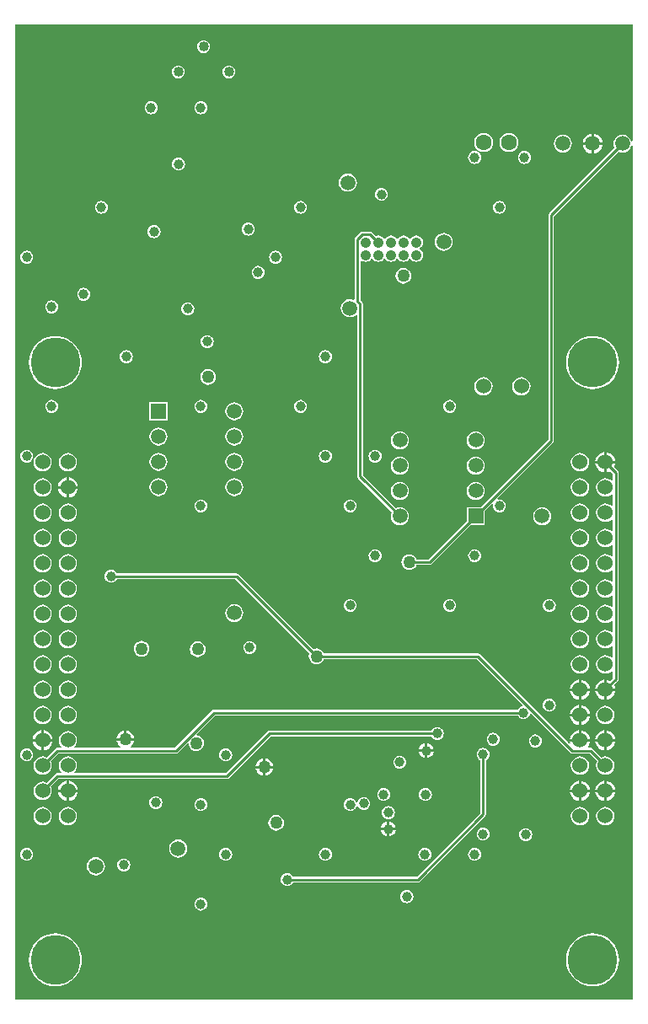
<source format=gbr>
G04 Layer_Physical_Order=4*
G04 Layer_Color=16440176*
%FSLAX26Y26*%
%MOIN*%
%TF.FileFunction,Copper,L4,Inr,Signal*%
%TF.Part,Single*%
G01*
G75*
%TA.AperFunction,Conductor*%
%ADD23C,0.010000*%
%TA.AperFunction,ComponentPad*%
%ADD25R,0.059055X0.059055*%
%ADD26C,0.059055*%
%ADD27C,0.042000*%
%TA.AperFunction,ViaPad*%
%ADD28C,0.196850*%
%TA.AperFunction,ComponentPad*%
%ADD29C,0.040000*%
%ADD30C,0.060000*%
%ADD31C,0.062992*%
%TA.AperFunction,ViaPad*%
%ADD32C,0.050000*%
%ADD33C,0.039370*%
G36*
X955945Y425912D02*
X951095Y425074D01*
X947525Y433693D01*
X941845Y441095D01*
X934443Y446775D01*
X925824Y450345D01*
X916574Y451563D01*
X907324Y450345D01*
X898705Y446775D01*
X891303Y441095D01*
X885623Y433693D01*
X882053Y425074D01*
X880835Y415824D01*
X882053Y406574D01*
X884849Y399824D01*
X625853Y140828D01*
X623443Y137221D01*
X622596Y132966D01*
X622596Y132965D01*
Y-754987D01*
X355424Y-1022159D01*
X300283D01*
Y-1077300D01*
X148702Y-1228881D01*
X101846D01*
X99996Y-1224414D01*
X95042Y-1217958D01*
X88586Y-1213004D01*
X81068Y-1209890D01*
X73000Y-1208828D01*
X64932Y-1209890D01*
X57414Y-1213004D01*
X50958Y-1217958D01*
X46004Y-1224414D01*
X42890Y-1231932D01*
X41828Y-1240000D01*
X42890Y-1248068D01*
X46004Y-1255586D01*
X50958Y-1262042D01*
X57414Y-1266996D01*
X64932Y-1270110D01*
X73000Y-1271172D01*
X81068Y-1270110D01*
X88586Y-1266996D01*
X95042Y-1262042D01*
X99996Y-1255586D01*
X101846Y-1251119D01*
X153308D01*
X153308Y-1251119D01*
X157563Y-1250273D01*
X161171Y-1247862D01*
X316008Y-1093025D01*
X371149D01*
Y-1037884D01*
X399596Y-1009437D01*
X404472Y-1010888D01*
X404824Y-1011280D01*
X403992Y-1017598D01*
X404871Y-1024279D01*
X407450Y-1030504D01*
X411552Y-1035850D01*
X416898Y-1039952D01*
X423123Y-1042530D01*
X429803Y-1043410D01*
X436484Y-1042530D01*
X442709Y-1039952D01*
X448055Y-1035850D01*
X452156Y-1030504D01*
X454735Y-1024279D01*
X455615Y-1017598D01*
X454735Y-1010918D01*
X452156Y-1004693D01*
X448055Y-999347D01*
X442709Y-995245D01*
X436484Y-992667D01*
X429803Y-991787D01*
X423485Y-992619D01*
X423093Y-992267D01*
X421642Y-987391D01*
X641578Y-767455D01*
X641578Y-767455D01*
X643988Y-763847D01*
X644835Y-759592D01*
Y128360D01*
X900574Y384099D01*
X907324Y381303D01*
X916574Y380085D01*
X925824Y381303D01*
X934443Y384873D01*
X941845Y390553D01*
X947525Y397955D01*
X951095Y406574D01*
X955945Y405736D01*
Y-2970002D01*
X-1485000D01*
Y888266D01*
X955945D01*
Y425912D01*
D02*
G37*
%LPC*%
G36*
X853464Y-1904331D02*
Y-1939018D01*
X888151D01*
X887434Y-1933576D01*
X883404Y-1923845D01*
X876992Y-1915490D01*
X868637Y-1909078D01*
X858906Y-1905047D01*
X853464Y-1904331D01*
D02*
G37*
G36*
X753464D02*
Y-1939018D01*
X788151D01*
X787434Y-1933576D01*
X783404Y-1923845D01*
X776992Y-1915490D01*
X768637Y-1909078D01*
X758906Y-1905047D01*
X753464Y-1904331D01*
D02*
G37*
G36*
X-1382520D02*
X-1387962Y-1905047D01*
X-1397693Y-1909078D01*
X-1406048Y-1915490D01*
X-1412460Y-1923845D01*
X-1416491Y-1933576D01*
X-1417207Y-1939018D01*
X-1382520D01*
Y-1904331D01*
D02*
G37*
G36*
X405000Y-1914189D02*
X398320Y-1915068D01*
X392094Y-1917647D01*
X386749Y-1921749D01*
X382647Y-1927094D01*
X380068Y-1933320D01*
X379189Y-1940000D01*
X380068Y-1946680D01*
X382647Y-1952906D01*
X386749Y-1958251D01*
X392094Y-1962353D01*
X398320Y-1964932D01*
X405000Y-1965811D01*
X411680Y-1964932D01*
X417906Y-1962353D01*
X423251Y-1958251D01*
X427353Y-1952906D01*
X429932Y-1946680D01*
X430811Y-1940000D01*
X429932Y-1933320D01*
X427353Y-1927094D01*
X423251Y-1921749D01*
X417906Y-1917647D01*
X411680Y-1915068D01*
X405000Y-1914189D01*
D02*
G37*
G36*
X843464Y-1904331D02*
X838022Y-1905047D01*
X828291Y-1909078D01*
X819936Y-1915490D01*
X813524Y-1923845D01*
X809494Y-1933576D01*
X808777Y-1939018D01*
X843464D01*
Y-1904331D01*
D02*
G37*
G36*
X743464D02*
X738022Y-1905047D01*
X728291Y-1909078D01*
X719936Y-1915490D01*
X713524Y-1923845D01*
X709494Y-1933576D01*
X708777Y-1939018D01*
X743464D01*
Y-1904331D01*
D02*
G37*
G36*
X183464Y-1891711D02*
X176784Y-1892590D01*
X170558Y-1895169D01*
X165213Y-1899271D01*
X161111Y-1904616D01*
X160371Y-1906403D01*
X-480988D01*
X-480989Y-1906403D01*
X-485244Y-1907249D01*
X-488851Y-1909659D01*
X-488851Y-1909660D01*
X-652996Y-2073804D01*
X-1249910D01*
X-1251281Y-2068804D01*
X-1246157Y-2062126D01*
X-1242539Y-2053391D01*
X-1241305Y-2044018D01*
X-1242539Y-2034645D01*
X-1246157Y-2025910D01*
X-1251912Y-2018410D01*
X-1259412Y-2012655D01*
X-1268147Y-2009037D01*
X-1277520Y-2007803D01*
X-1286893Y-2009037D01*
X-1295628Y-2012655D01*
X-1303128Y-2018410D01*
X-1308883Y-2025910D01*
X-1312501Y-2034645D01*
X-1313735Y-2044018D01*
X-1312501Y-2053391D01*
X-1308883Y-2062126D01*
X-1303759Y-2068804D01*
X-1305130Y-2073804D01*
X-1318426D01*
X-1322681Y-2074651D01*
X-1326288Y-2077061D01*
X-1326288Y-2077061D01*
X-1361158Y-2111931D01*
X-1368147Y-2109037D01*
X-1377520Y-2107803D01*
X-1386893Y-2109037D01*
X-1395628Y-2112655D01*
X-1403128Y-2118410D01*
X-1408883Y-2125910D01*
X-1412501Y-2134645D01*
X-1413735Y-2144018D01*
X-1412501Y-2153391D01*
X-1408883Y-2162126D01*
X-1403128Y-2169626D01*
X-1395628Y-2175381D01*
X-1386893Y-2178999D01*
X-1377520Y-2180233D01*
X-1368147Y-2178999D01*
X-1359412Y-2175381D01*
X-1351912Y-2169626D01*
X-1346157Y-2162126D01*
X-1342539Y-2153391D01*
X-1341305Y-2144018D01*
X-1342539Y-2134645D01*
X-1345433Y-2127656D01*
X-1313820Y-2096043D01*
X-648391D01*
X-648390Y-2096043D01*
X-644135Y-2095196D01*
X-640528Y-2092786D01*
X-476383Y-1928641D01*
X160371D01*
X161111Y-1930428D01*
X165213Y-1935773D01*
X170558Y-1939875D01*
X176784Y-1942454D01*
X183464Y-1943333D01*
X190144Y-1942454D01*
X196370Y-1939875D01*
X201715Y-1935773D01*
X205817Y-1930428D01*
X208396Y-1924203D01*
X209275Y-1917522D01*
X208396Y-1910841D01*
X205817Y-1904616D01*
X201715Y-1899271D01*
X196370Y-1895169D01*
X190144Y-1892590D01*
X183464Y-1891711D01*
D02*
G37*
G36*
X743464Y-1849018D02*
X708777D01*
X709494Y-1854460D01*
X713524Y-1864191D01*
X719936Y-1872546D01*
X728291Y-1878958D01*
X738022Y-1882988D01*
X743464Y-1883705D01*
Y-1849018D01*
D02*
G37*
G36*
X788151D02*
X753464D01*
Y-1883705D01*
X758906Y-1882988D01*
X768637Y-1878958D01*
X776992Y-1872546D01*
X783404Y-1864191D01*
X787434Y-1854460D01*
X788151Y-1849018D01*
D02*
G37*
G36*
X-1372520Y-1904331D02*
Y-1939018D01*
X-1337833D01*
X-1338550Y-1933576D01*
X-1342580Y-1923845D01*
X-1348992Y-1915490D01*
X-1357347Y-1909078D01*
X-1367078Y-1905047D01*
X-1372520Y-1904331D01*
D02*
G37*
G36*
X-1055000Y-1905356D02*
X-1059137Y-1905901D01*
X-1067651Y-1909428D01*
X-1074962Y-1915038D01*
X-1080572Y-1922349D01*
X-1084099Y-1930863D01*
X-1084644Y-1935000D01*
X-1055000D01*
Y-1905356D01*
D02*
G37*
G36*
X-1045000D02*
Y-1935000D01*
X-1015356D01*
X-1015901Y-1930863D01*
X-1019428Y-1922349D01*
X-1025038Y-1915038D01*
X-1032349Y-1909428D01*
X-1040863Y-1905901D01*
X-1045000Y-1905356D01*
D02*
G37*
G36*
X135000Y-1990000D02*
X110717D01*
X111079Y-1992749D01*
X114070Y-1999971D01*
X118828Y-2006172D01*
X125029Y-2010930D01*
X132251Y-2013921D01*
X135000Y-2014283D01*
Y-1990000D01*
D02*
G37*
G36*
X169283D02*
X145000D01*
Y-2014283D01*
X147749Y-2013921D01*
X154971Y-2010930D01*
X161172Y-2006172D01*
X165930Y-1999971D01*
X168921Y-1992749D01*
X169283Y-1990000D01*
D02*
G37*
G36*
X843464Y-1949018D02*
X808777D01*
X809494Y-1954460D01*
X813524Y-1964191D01*
X819936Y-1972546D01*
X828291Y-1978958D01*
X838022Y-1982988D01*
X843464Y-1983705D01*
Y-1949018D01*
D02*
G37*
G36*
X-495110Y-2015468D02*
Y-2045112D01*
X-465466D01*
X-466011Y-2040975D01*
X-469538Y-2032461D01*
X-475148Y-2025150D01*
X-482459Y-2019540D01*
X-490973Y-2016013D01*
X-495110Y-2015468D01*
D02*
G37*
G36*
X-1440276Y-1976039D02*
X-1446956Y-1976919D01*
X-1453181Y-1979497D01*
X-1458527Y-1983599D01*
X-1462629Y-1988945D01*
X-1465207Y-1995170D01*
X-1466087Y-2001850D01*
X-1465207Y-2008531D01*
X-1462629Y-2014756D01*
X-1458527Y-2020102D01*
X-1453181Y-2024204D01*
X-1446956Y-2026782D01*
X-1440276Y-2027662D01*
X-1433595Y-2026782D01*
X-1427370Y-2024204D01*
X-1422024Y-2020102D01*
X-1417922Y-2014756D01*
X-1415344Y-2008531D01*
X-1414464Y-2001850D01*
X-1415344Y-1995170D01*
X-1417922Y-1988945D01*
X-1422024Y-1983599D01*
X-1427370Y-1979497D01*
X-1433595Y-1976919D01*
X-1440276Y-1976039D01*
D02*
G37*
G36*
X-652874D02*
X-659554Y-1976919D01*
X-665780Y-1979497D01*
X-671125Y-1983599D01*
X-675227Y-1988945D01*
X-677806Y-1995170D01*
X-678685Y-2001850D01*
X-677806Y-2008531D01*
X-675227Y-2014756D01*
X-671125Y-2020102D01*
X-665780Y-2024204D01*
X-659554Y-2026782D01*
X-652874Y-2027662D01*
X-646193Y-2026782D01*
X-639968Y-2024204D01*
X-634623Y-2020102D01*
X-630521Y-2014756D01*
X-627942Y-2008531D01*
X-627063Y-2001850D01*
X-627942Y-1995170D01*
X-630521Y-1988945D01*
X-634623Y-1983599D01*
X-639968Y-1979497D01*
X-646193Y-1976919D01*
X-652874Y-1976039D01*
D02*
G37*
G36*
X135000Y-1955717D02*
X132251Y-1956079D01*
X125029Y-1959070D01*
X118828Y-1963828D01*
X114070Y-1970029D01*
X111079Y-1977251D01*
X110717Y-1980000D01*
X135000D01*
Y-1955717D01*
D02*
G37*
G36*
X145000D02*
Y-1980000D01*
X169283D01*
X168921Y-1977251D01*
X165930Y-1970029D01*
X161172Y-1963828D01*
X154971Y-1959070D01*
X147749Y-1956079D01*
X145000Y-1955717D01*
D02*
G37*
G36*
X571694Y-1921395D02*
X565014Y-1922274D01*
X558788Y-1924853D01*
X553443Y-1928955D01*
X549341Y-1934300D01*
X546762Y-1940525D01*
X545883Y-1947206D01*
X546762Y-1953887D01*
X549341Y-1960112D01*
X553443Y-1965457D01*
X558788Y-1969559D01*
X565014Y-1972138D01*
X571694Y-1973017D01*
X578375Y-1972138D01*
X584600Y-1969559D01*
X589945Y-1965457D01*
X594047Y-1960112D01*
X596626Y-1953887D01*
X597505Y-1947206D01*
X596626Y-1940525D01*
X594047Y-1934300D01*
X589945Y-1928955D01*
X584600Y-1924853D01*
X578375Y-1922274D01*
X571694Y-1921395D01*
D02*
G37*
G36*
X-1382520Y-1949018D02*
X-1417207D01*
X-1416491Y-1954460D01*
X-1412460Y-1964191D01*
X-1406048Y-1972546D01*
X-1397693Y-1978958D01*
X-1387962Y-1982988D01*
X-1382520Y-1983705D01*
Y-1949018D01*
D02*
G37*
G36*
X-1337833D02*
X-1372520D01*
Y-1983705D01*
X-1367078Y-1982988D01*
X-1357347Y-1978958D01*
X-1348992Y-1972546D01*
X-1342580Y-1964191D01*
X-1338550Y-1954460D01*
X-1337833Y-1949018D01*
D02*
G37*
G36*
X888151D02*
X853464D01*
Y-1983705D01*
X858906Y-1982988D01*
X868637Y-1978958D01*
X876992Y-1972546D01*
X883404Y-1964191D01*
X887434Y-1954460D01*
X888151Y-1949018D01*
D02*
G37*
G36*
X-1377520Y-1607803D02*
X-1386893Y-1609037D01*
X-1395628Y-1612655D01*
X-1403128Y-1618410D01*
X-1408883Y-1625910D01*
X-1412501Y-1634645D01*
X-1413735Y-1644018D01*
X-1412501Y-1653391D01*
X-1408883Y-1662126D01*
X-1403128Y-1669626D01*
X-1395628Y-1675381D01*
X-1386893Y-1678999D01*
X-1377520Y-1680233D01*
X-1368147Y-1678999D01*
X-1359412Y-1675381D01*
X-1351912Y-1669626D01*
X-1346157Y-1662126D01*
X-1342539Y-1653391D01*
X-1341305Y-1644018D01*
X-1342539Y-1634645D01*
X-1346157Y-1625910D01*
X-1351912Y-1618410D01*
X-1359412Y-1612655D01*
X-1368147Y-1609037D01*
X-1377520Y-1607803D01*
D02*
G37*
G36*
X-1277520D02*
X-1286893Y-1609037D01*
X-1295628Y-1612655D01*
X-1303128Y-1618410D01*
X-1308883Y-1625910D01*
X-1312501Y-1634645D01*
X-1313735Y-1644018D01*
X-1312501Y-1653391D01*
X-1308883Y-1662126D01*
X-1303128Y-1669626D01*
X-1295628Y-1675381D01*
X-1286893Y-1678999D01*
X-1277520Y-1680233D01*
X-1268147Y-1678999D01*
X-1259412Y-1675381D01*
X-1251912Y-1669626D01*
X-1246157Y-1662126D01*
X-1242539Y-1653391D01*
X-1241305Y-1644018D01*
X-1242539Y-1634645D01*
X-1246157Y-1625910D01*
X-1251912Y-1618410D01*
X-1259412Y-1612655D01*
X-1268147Y-1609037D01*
X-1277520Y-1607803D01*
D02*
G37*
G36*
X748464D02*
X739091Y-1609037D01*
X730356Y-1612655D01*
X722856Y-1618410D01*
X717101Y-1625910D01*
X713483Y-1634645D01*
X712249Y-1644018D01*
X713483Y-1653391D01*
X717101Y-1662126D01*
X722856Y-1669626D01*
X730356Y-1675381D01*
X739091Y-1678999D01*
X748464Y-1680233D01*
X757837Y-1678999D01*
X766572Y-1675381D01*
X774072Y-1669626D01*
X779827Y-1662126D01*
X783445Y-1653391D01*
X784679Y-1644018D01*
X783445Y-1634645D01*
X779827Y-1625910D01*
X774072Y-1618410D01*
X766572Y-1612655D01*
X757837Y-1609037D01*
X748464Y-1607803D01*
D02*
G37*
G36*
X843464Y-1704331D02*
X838022Y-1705047D01*
X828291Y-1709078D01*
X819936Y-1715490D01*
X813524Y-1723845D01*
X809494Y-1733576D01*
X808777Y-1739018D01*
X843464D01*
Y-1704331D01*
D02*
G37*
G36*
X743464D02*
X738022Y-1705047D01*
X728291Y-1709078D01*
X719936Y-1715490D01*
X713524Y-1723845D01*
X709494Y-1733576D01*
X708777Y-1739018D01*
X743464D01*
Y-1704331D01*
D02*
G37*
G36*
X753464D02*
Y-1739018D01*
X788151D01*
X787434Y-1733576D01*
X783404Y-1723845D01*
X776992Y-1715490D01*
X768637Y-1709078D01*
X758906Y-1705047D01*
X753464Y-1704331D01*
D02*
G37*
G36*
X-1377520Y-1507803D02*
X-1386893Y-1509037D01*
X-1395628Y-1512655D01*
X-1403128Y-1518410D01*
X-1408883Y-1525910D01*
X-1412501Y-1534645D01*
X-1413735Y-1544018D01*
X-1412501Y-1553391D01*
X-1408883Y-1562126D01*
X-1403128Y-1569626D01*
X-1395628Y-1575381D01*
X-1386893Y-1578999D01*
X-1377520Y-1580233D01*
X-1368147Y-1578999D01*
X-1359412Y-1575381D01*
X-1351912Y-1569626D01*
X-1346157Y-1562126D01*
X-1342539Y-1553391D01*
X-1341305Y-1544018D01*
X-1342539Y-1534645D01*
X-1346157Y-1525910D01*
X-1351912Y-1518410D01*
X-1359412Y-1512655D01*
X-1368147Y-1509037D01*
X-1377520Y-1507803D01*
D02*
G37*
G36*
X-1277520D02*
X-1286893Y-1509037D01*
X-1295628Y-1512655D01*
X-1303128Y-1518410D01*
X-1308883Y-1525910D01*
X-1312501Y-1534645D01*
X-1313735Y-1544018D01*
X-1312501Y-1553391D01*
X-1308883Y-1562126D01*
X-1303128Y-1569626D01*
X-1295628Y-1575381D01*
X-1286893Y-1578999D01*
X-1277520Y-1580233D01*
X-1268147Y-1578999D01*
X-1259412Y-1575381D01*
X-1251912Y-1569626D01*
X-1246157Y-1562126D01*
X-1242539Y-1553391D01*
X-1241305Y-1544018D01*
X-1242539Y-1534645D01*
X-1246157Y-1525910D01*
X-1251912Y-1518410D01*
X-1259412Y-1512655D01*
X-1268147Y-1509037D01*
X-1277520Y-1507803D01*
D02*
G37*
G36*
X748464D02*
X739091Y-1509037D01*
X730356Y-1512655D01*
X722856Y-1518410D01*
X717101Y-1525910D01*
X713483Y-1534645D01*
X712249Y-1544018D01*
X713483Y-1553391D01*
X717101Y-1562126D01*
X722856Y-1569626D01*
X730356Y-1575381D01*
X739091Y-1578999D01*
X748464Y-1580233D01*
X757837Y-1578999D01*
X766572Y-1575381D01*
X774072Y-1569626D01*
X779827Y-1562126D01*
X783445Y-1553391D01*
X784679Y-1544018D01*
X783445Y-1534645D01*
X779827Y-1525910D01*
X774072Y-1518410D01*
X766572Y-1512655D01*
X757837Y-1509037D01*
X748464Y-1507803D01*
D02*
G37*
G36*
X-764110Y-1553238D02*
X-772178Y-1554300D01*
X-779696Y-1557414D01*
X-786152Y-1562368D01*
X-791106Y-1568824D01*
X-794220Y-1576342D01*
X-795282Y-1584410D01*
X-794220Y-1592478D01*
X-791106Y-1599996D01*
X-786152Y-1606452D01*
X-779696Y-1611406D01*
X-772178Y-1614520D01*
X-764110Y-1615582D01*
X-756042Y-1614520D01*
X-748524Y-1611406D01*
X-742068Y-1606452D01*
X-737114Y-1599996D01*
X-734000Y-1592478D01*
X-732938Y-1584410D01*
X-734000Y-1576342D01*
X-737114Y-1568824D01*
X-742068Y-1562368D01*
X-748524Y-1557414D01*
X-756042Y-1554300D01*
X-764110Y-1553238D01*
D02*
G37*
G36*
X-986000Y-1550828D02*
X-994068Y-1551890D01*
X-1001586Y-1555004D01*
X-1008042Y-1559958D01*
X-1012996Y-1566414D01*
X-1016110Y-1573932D01*
X-1017172Y-1582000D01*
X-1016110Y-1590068D01*
X-1012996Y-1597586D01*
X-1008042Y-1604042D01*
X-1001586Y-1608996D01*
X-994068Y-1612110D01*
X-986000Y-1613172D01*
X-977932Y-1612110D01*
X-970414Y-1608996D01*
X-963958Y-1604042D01*
X-959004Y-1597586D01*
X-955890Y-1590068D01*
X-954828Y-1582000D01*
X-955890Y-1573932D01*
X-959004Y-1566414D01*
X-963958Y-1559958D01*
X-970414Y-1555004D01*
X-977932Y-1551890D01*
X-986000Y-1550828D01*
D02*
G37*
G36*
X-558416Y-1551505D02*
X-565096Y-1552384D01*
X-571322Y-1554963D01*
X-576667Y-1559065D01*
X-580769Y-1564410D01*
X-583348Y-1570636D01*
X-584227Y-1577316D01*
X-583348Y-1583996D01*
X-580769Y-1590222D01*
X-576667Y-1595567D01*
X-571322Y-1599669D01*
X-565096Y-1602248D01*
X-558416Y-1603127D01*
X-551736Y-1602248D01*
X-545510Y-1599669D01*
X-540165Y-1595567D01*
X-536063Y-1590222D01*
X-533484Y-1583996D01*
X-532605Y-1577316D01*
X-533484Y-1570636D01*
X-536063Y-1564410D01*
X-540165Y-1559065D01*
X-545510Y-1554963D01*
X-551736Y-1552384D01*
X-558416Y-1551505D01*
D02*
G37*
G36*
X743464Y-1804331D02*
X738022Y-1805047D01*
X728291Y-1809078D01*
X719936Y-1815490D01*
X713524Y-1823845D01*
X709494Y-1833576D01*
X708777Y-1839018D01*
X743464D01*
Y-1804331D01*
D02*
G37*
G36*
X753464D02*
Y-1839018D01*
X788151D01*
X787434Y-1833576D01*
X783404Y-1823845D01*
X776992Y-1815490D01*
X768637Y-1809078D01*
X758906Y-1805047D01*
X753464Y-1804331D01*
D02*
G37*
G36*
X626654Y-1779189D02*
X619973Y-1780068D01*
X613748Y-1782647D01*
X608402Y-1786749D01*
X604300Y-1792094D01*
X601722Y-1798320D01*
X600842Y-1805000D01*
X601722Y-1811680D01*
X604300Y-1817906D01*
X608402Y-1823251D01*
X613748Y-1827353D01*
X619973Y-1829932D01*
X626654Y-1830811D01*
X633334Y-1829932D01*
X639559Y-1827353D01*
X644905Y-1823251D01*
X649007Y-1817906D01*
X651585Y-1811680D01*
X652465Y-1805000D01*
X651585Y-1798320D01*
X649007Y-1792094D01*
X644905Y-1786749D01*
X639559Y-1782647D01*
X633334Y-1780068D01*
X626654Y-1779189D01*
D02*
G37*
G36*
X-1377520Y-1807803D02*
X-1386893Y-1809037D01*
X-1395628Y-1812655D01*
X-1403128Y-1818410D01*
X-1408883Y-1825910D01*
X-1412501Y-1834645D01*
X-1413735Y-1844018D01*
X-1412501Y-1853391D01*
X-1408883Y-1862126D01*
X-1403128Y-1869626D01*
X-1395628Y-1875381D01*
X-1386893Y-1878999D01*
X-1377520Y-1880233D01*
X-1368147Y-1878999D01*
X-1359412Y-1875381D01*
X-1351912Y-1869626D01*
X-1346157Y-1862126D01*
X-1342539Y-1853391D01*
X-1341305Y-1844018D01*
X-1342539Y-1834645D01*
X-1346157Y-1825910D01*
X-1351912Y-1818410D01*
X-1359412Y-1812655D01*
X-1368147Y-1809037D01*
X-1377520Y-1807803D01*
D02*
G37*
G36*
X-1277520D02*
X-1286893Y-1809037D01*
X-1295628Y-1812655D01*
X-1303128Y-1818410D01*
X-1308883Y-1825910D01*
X-1312501Y-1834645D01*
X-1313735Y-1844018D01*
X-1312501Y-1853391D01*
X-1308883Y-1862126D01*
X-1303128Y-1869626D01*
X-1295628Y-1875381D01*
X-1286893Y-1878999D01*
X-1277520Y-1880233D01*
X-1268147Y-1878999D01*
X-1259412Y-1875381D01*
X-1251912Y-1869626D01*
X-1246157Y-1862126D01*
X-1242539Y-1853391D01*
X-1241305Y-1844018D01*
X-1242539Y-1834645D01*
X-1246157Y-1825910D01*
X-1251912Y-1818410D01*
X-1259412Y-1812655D01*
X-1268147Y-1809037D01*
X-1277520Y-1807803D01*
D02*
G37*
G36*
X848464D02*
X839091Y-1809037D01*
X830356Y-1812655D01*
X822856Y-1818410D01*
X817101Y-1825910D01*
X813483Y-1834645D01*
X812249Y-1844018D01*
X813483Y-1853391D01*
X817101Y-1862126D01*
X822856Y-1869626D01*
X830356Y-1875381D01*
X839091Y-1878999D01*
X848464Y-1880233D01*
X857837Y-1878999D01*
X866572Y-1875381D01*
X874072Y-1869626D01*
X879827Y-1862126D01*
X883445Y-1853391D01*
X884679Y-1844018D01*
X883445Y-1834645D01*
X879827Y-1825910D01*
X874072Y-1818410D01*
X866572Y-1812655D01*
X857837Y-1809037D01*
X848464Y-1807803D01*
D02*
G37*
G36*
X888151Y-1749018D02*
X853464D01*
Y-1783705D01*
X858906Y-1782988D01*
X868637Y-1778958D01*
X876992Y-1772546D01*
X883404Y-1764191D01*
X887434Y-1754460D01*
X888151Y-1749018D01*
D02*
G37*
G36*
X-1377520Y-1707803D02*
X-1386893Y-1709037D01*
X-1395628Y-1712655D01*
X-1403128Y-1718410D01*
X-1408883Y-1725910D01*
X-1412501Y-1734645D01*
X-1413735Y-1744018D01*
X-1412501Y-1753391D01*
X-1408883Y-1762126D01*
X-1403128Y-1769626D01*
X-1395628Y-1775381D01*
X-1386893Y-1778999D01*
X-1377520Y-1780233D01*
X-1368147Y-1778999D01*
X-1359412Y-1775381D01*
X-1351912Y-1769626D01*
X-1346157Y-1762126D01*
X-1342539Y-1753391D01*
X-1341305Y-1744018D01*
X-1342539Y-1734645D01*
X-1346157Y-1725910D01*
X-1351912Y-1718410D01*
X-1359412Y-1712655D01*
X-1368147Y-1709037D01*
X-1377520Y-1707803D01*
D02*
G37*
G36*
X-1277520D02*
X-1286893Y-1709037D01*
X-1295628Y-1712655D01*
X-1303128Y-1718410D01*
X-1308883Y-1725910D01*
X-1312501Y-1734645D01*
X-1313735Y-1744018D01*
X-1312501Y-1753391D01*
X-1308883Y-1762126D01*
X-1303128Y-1769626D01*
X-1295628Y-1775381D01*
X-1286893Y-1778999D01*
X-1277520Y-1780233D01*
X-1268147Y-1778999D01*
X-1259412Y-1775381D01*
X-1251912Y-1769626D01*
X-1246157Y-1762126D01*
X-1242539Y-1753391D01*
X-1241305Y-1744018D01*
X-1242539Y-1734645D01*
X-1246157Y-1725910D01*
X-1251912Y-1718410D01*
X-1259412Y-1712655D01*
X-1268147Y-1709037D01*
X-1277520Y-1707803D01*
D02*
G37*
G36*
X743464Y-1749018D02*
X708777D01*
X709494Y-1754460D01*
X713524Y-1764191D01*
X719936Y-1772546D01*
X728291Y-1778958D01*
X738022Y-1782988D01*
X743464Y-1783705D01*
Y-1749018D01*
D02*
G37*
G36*
X843464D02*
X808777D01*
X809494Y-1754460D01*
X813524Y-1764191D01*
X819936Y-1772546D01*
X828291Y-1778958D01*
X838022Y-1782988D01*
X843464Y-1783705D01*
Y-1749018D01*
D02*
G37*
G36*
X788151D02*
X753464D01*
Y-1783705D01*
X758906Y-1782988D01*
X768637Y-1778958D01*
X776992Y-1772546D01*
X783404Y-1764191D01*
X787434Y-1754460D01*
X788151Y-1749018D01*
D02*
G37*
G36*
X-15000Y-2300000D02*
X-39283D01*
X-38921Y-2302749D01*
X-35930Y-2309971D01*
X-31172Y-2316172D01*
X-24971Y-2320930D01*
X-17749Y-2323921D01*
X-15000Y-2324283D01*
Y-2300000D01*
D02*
G37*
G36*
X19283D02*
X-5000D01*
Y-2324283D01*
X-2251Y-2323921D01*
X4971Y-2320930D01*
X11172Y-2316172D01*
X15930Y-2309971D01*
X18921Y-2302749D01*
X19283Y-2300000D01*
D02*
G37*
G36*
X-453308Y-2239940D02*
X-461376Y-2241002D01*
X-468894Y-2244116D01*
X-475350Y-2249070D01*
X-480304Y-2255526D01*
X-483418Y-2263044D01*
X-484480Y-2271112D01*
X-483418Y-2279180D01*
X-480304Y-2286698D01*
X-475350Y-2293154D01*
X-468894Y-2298108D01*
X-461376Y-2301222D01*
X-453308Y-2302284D01*
X-445240Y-2301222D01*
X-437722Y-2298108D01*
X-431266Y-2293154D01*
X-426312Y-2286698D01*
X-423198Y-2279180D01*
X-422136Y-2271112D01*
X-423198Y-2263044D01*
X-426312Y-2255526D01*
X-431266Y-2249070D01*
X-437722Y-2244116D01*
X-445240Y-2241002D01*
X-453308Y-2239940D01*
D02*
G37*
G36*
X-841536Y-2336783D02*
X-850786Y-2338001D01*
X-859405Y-2341571D01*
X-866807Y-2347251D01*
X-872487Y-2354653D01*
X-876057Y-2363272D01*
X-877275Y-2372522D01*
X-876057Y-2381772D01*
X-872487Y-2390391D01*
X-866807Y-2397793D01*
X-859405Y-2403473D01*
X-850786Y-2407043D01*
X-841536Y-2408261D01*
X-832286Y-2407043D01*
X-823667Y-2403473D01*
X-816265Y-2397793D01*
X-810585Y-2390391D01*
X-807015Y-2381772D01*
X-805797Y-2372522D01*
X-807015Y-2363272D01*
X-810585Y-2354653D01*
X-816265Y-2347251D01*
X-823667Y-2341571D01*
X-832286Y-2338001D01*
X-841536Y-2336783D01*
D02*
G37*
G36*
X533464Y-2291711D02*
X526784Y-2292590D01*
X520558Y-2295169D01*
X515213Y-2299271D01*
X511111Y-2304616D01*
X508532Y-2310841D01*
X507653Y-2317522D01*
X508532Y-2324202D01*
X511111Y-2330428D01*
X515213Y-2335773D01*
X520558Y-2339875D01*
X526784Y-2342454D01*
X533464Y-2343333D01*
X540144Y-2342454D01*
X546370Y-2339875D01*
X551715Y-2335773D01*
X555817Y-2330428D01*
X558396Y-2324202D01*
X559275Y-2317522D01*
X558396Y-2310841D01*
X555817Y-2304616D01*
X551715Y-2299271D01*
X546370Y-2295169D01*
X540144Y-2292590D01*
X533464Y-2291711D01*
D02*
G37*
G36*
X365000Y-2289189D02*
X358320Y-2290068D01*
X352094Y-2292647D01*
X346749Y-2296749D01*
X342647Y-2302094D01*
X340068Y-2308320D01*
X339189Y-2315000D01*
X340068Y-2321680D01*
X342647Y-2327906D01*
X346749Y-2333251D01*
X352094Y-2337353D01*
X358320Y-2339932D01*
X365000Y-2340811D01*
X371680Y-2339932D01*
X377906Y-2337353D01*
X383251Y-2333251D01*
X387353Y-2327906D01*
X389932Y-2321680D01*
X390811Y-2315000D01*
X389932Y-2308320D01*
X387353Y-2302094D01*
X383251Y-2296749D01*
X377906Y-2292647D01*
X371680Y-2290068D01*
X365000Y-2289189D01*
D02*
G37*
G36*
X-1277520Y-2207803D02*
X-1286893Y-2209037D01*
X-1295628Y-2212655D01*
X-1303128Y-2218410D01*
X-1308883Y-2225910D01*
X-1312501Y-2234645D01*
X-1313735Y-2244018D01*
X-1312501Y-2253391D01*
X-1308883Y-2262126D01*
X-1303128Y-2269626D01*
X-1295628Y-2275381D01*
X-1286893Y-2278999D01*
X-1277520Y-2280233D01*
X-1268147Y-2278999D01*
X-1259412Y-2275381D01*
X-1251912Y-2269626D01*
X-1246157Y-2262126D01*
X-1242539Y-2253391D01*
X-1241305Y-2244018D01*
X-1242539Y-2234645D01*
X-1246157Y-2225910D01*
X-1251912Y-2218410D01*
X-1259412Y-2212655D01*
X-1268147Y-2209037D01*
X-1277520Y-2207803D01*
D02*
G37*
G36*
X748464D02*
X739091Y-2209037D01*
X730356Y-2212655D01*
X722856Y-2218410D01*
X717101Y-2225910D01*
X713483Y-2234645D01*
X712249Y-2244018D01*
X713483Y-2253391D01*
X717101Y-2262126D01*
X722856Y-2269626D01*
X730356Y-2275381D01*
X739091Y-2278999D01*
X748464Y-2280233D01*
X757837Y-2278999D01*
X766572Y-2275381D01*
X774072Y-2269626D01*
X779827Y-2262126D01*
X783445Y-2253391D01*
X784679Y-2244018D01*
X783445Y-2234645D01*
X779827Y-2225910D01*
X774072Y-2218410D01*
X766572Y-2212655D01*
X757837Y-2209037D01*
X748464Y-2207803D01*
D02*
G37*
G36*
X848464D02*
X839091Y-2209037D01*
X830356Y-2212655D01*
X822856Y-2218410D01*
X817101Y-2225910D01*
X813483Y-2234645D01*
X812249Y-2244018D01*
X813483Y-2253391D01*
X817101Y-2262126D01*
X822856Y-2269626D01*
X830356Y-2275381D01*
X839091Y-2278999D01*
X848464Y-2280233D01*
X857837Y-2278999D01*
X866572Y-2275381D01*
X874072Y-2269626D01*
X879827Y-2262126D01*
X883445Y-2253391D01*
X884679Y-2244018D01*
X883445Y-2234645D01*
X879827Y-2225910D01*
X874072Y-2218410D01*
X866572Y-2212655D01*
X857837Y-2209037D01*
X848464Y-2207803D01*
D02*
G37*
G36*
X-15000Y-2265717D02*
X-17749Y-2266079D01*
X-24971Y-2269070D01*
X-31172Y-2273828D01*
X-35930Y-2280029D01*
X-38921Y-2287251D01*
X-39283Y-2290000D01*
X-15000D01*
Y-2265717D01*
D02*
G37*
G36*
X-5000D02*
Y-2290000D01*
X19283D01*
X18921Y-2287251D01*
X15930Y-2280029D01*
X11172Y-2273828D01*
X4971Y-2269070D01*
X-2251Y-2266079D01*
X-5000Y-2265717D01*
D02*
G37*
G36*
X-1377520Y-2207803D02*
X-1386893Y-2209037D01*
X-1395628Y-2212655D01*
X-1403128Y-2218410D01*
X-1408883Y-2225910D01*
X-1412501Y-2234645D01*
X-1413735Y-2244018D01*
X-1412501Y-2253391D01*
X-1408883Y-2262126D01*
X-1403128Y-2269626D01*
X-1395628Y-2275381D01*
X-1386893Y-2278999D01*
X-1377520Y-2280233D01*
X-1368147Y-2278999D01*
X-1359412Y-2275381D01*
X-1351912Y-2269626D01*
X-1346157Y-2262126D01*
X-1342539Y-2253391D01*
X-1341305Y-2244018D01*
X-1342539Y-2234645D01*
X-1346157Y-2225910D01*
X-1351912Y-2218410D01*
X-1359412Y-2212655D01*
X-1368147Y-2209037D01*
X-1377520Y-2207803D01*
D02*
G37*
G36*
X63464Y-2536711D02*
X56783Y-2537590D01*
X50558Y-2540169D01*
X45213Y-2544271D01*
X41111Y-2549616D01*
X38532Y-2555841D01*
X37653Y-2562522D01*
X38532Y-2569202D01*
X41111Y-2575428D01*
X45213Y-2580773D01*
X50558Y-2584875D01*
X56783Y-2587454D01*
X63464Y-2588333D01*
X70144Y-2587454D01*
X76370Y-2584875D01*
X81715Y-2580773D01*
X85817Y-2575428D01*
X88396Y-2569202D01*
X89275Y-2562522D01*
X88396Y-2555841D01*
X85817Y-2549616D01*
X81715Y-2544271D01*
X76370Y-2540169D01*
X70144Y-2537590D01*
X63464Y-2536711D01*
D02*
G37*
G36*
X365000Y-1974189D02*
X358320Y-1975068D01*
X352094Y-1977647D01*
X346749Y-1981749D01*
X342647Y-1987094D01*
X340068Y-1993320D01*
X339189Y-2000000D01*
X340068Y-2006680D01*
X342647Y-2012906D01*
X346749Y-2018251D01*
X352094Y-2022353D01*
X353881Y-2023093D01*
Y-2232394D01*
X102394Y-2483881D01*
X-386907D01*
X-387647Y-2482094D01*
X-391749Y-2476749D01*
X-397094Y-2472647D01*
X-403320Y-2470068D01*
X-410000Y-2469189D01*
X-416680Y-2470068D01*
X-422906Y-2472647D01*
X-428251Y-2476749D01*
X-432353Y-2482094D01*
X-434932Y-2488320D01*
X-435811Y-2495000D01*
X-434932Y-2501680D01*
X-432353Y-2507906D01*
X-428251Y-2513251D01*
X-422906Y-2517353D01*
X-416680Y-2519932D01*
X-410000Y-2520811D01*
X-403320Y-2519932D01*
X-397094Y-2517353D01*
X-391749Y-2513251D01*
X-387647Y-2507906D01*
X-386907Y-2506119D01*
X106999D01*
X107000Y-2506119D01*
X111255Y-2505273D01*
X114862Y-2502863D01*
X372863Y-2244863D01*
X375273Y-2241255D01*
X376119Y-2237000D01*
X376119Y-2236999D01*
Y-2023093D01*
X377906Y-2022353D01*
X383251Y-2018251D01*
X387353Y-2012906D01*
X389932Y-2006680D01*
X390811Y-2000000D01*
X389932Y-1993320D01*
X387353Y-1987094D01*
X383251Y-1981749D01*
X377906Y-1977647D01*
X371680Y-1975068D01*
X365000Y-1974189D01*
D02*
G37*
G36*
X-1166536Y-2406783D02*
X-1175786Y-2408001D01*
X-1184405Y-2411571D01*
X-1191807Y-2417251D01*
X-1197487Y-2424653D01*
X-1201057Y-2433272D01*
X-1202275Y-2442522D01*
X-1201057Y-2451772D01*
X-1197487Y-2460391D01*
X-1191807Y-2467793D01*
X-1184405Y-2473473D01*
X-1175786Y-2477043D01*
X-1166536Y-2478261D01*
X-1157286Y-2477043D01*
X-1148667Y-2473473D01*
X-1141265Y-2467793D01*
X-1135585Y-2460391D01*
X-1132015Y-2451772D01*
X-1130797Y-2442522D01*
X-1132015Y-2433272D01*
X-1135585Y-2424653D01*
X-1141265Y-2417251D01*
X-1148667Y-2411571D01*
X-1157286Y-2408001D01*
X-1166536Y-2406783D01*
D02*
G37*
G36*
X-1327520Y-2707869D02*
X-1343891Y-2709157D01*
X-1359860Y-2712991D01*
X-1375032Y-2719275D01*
X-1389034Y-2727856D01*
X-1401521Y-2738521D01*
X-1412186Y-2751008D01*
X-1420767Y-2765010D01*
X-1427051Y-2780182D01*
X-1430885Y-2796151D01*
X-1432173Y-2812522D01*
X-1430885Y-2828893D01*
X-1427051Y-2844862D01*
X-1420767Y-2860034D01*
X-1412186Y-2874036D01*
X-1401521Y-2886523D01*
X-1389034Y-2897188D01*
X-1375032Y-2905769D01*
X-1359860Y-2912053D01*
X-1343891Y-2915887D01*
X-1327520Y-2917175D01*
X-1311149Y-2915887D01*
X-1295180Y-2912053D01*
X-1280008Y-2905769D01*
X-1266006Y-2897188D01*
X-1253519Y-2886523D01*
X-1242854Y-2874036D01*
X-1234273Y-2860034D01*
X-1227989Y-2844862D01*
X-1224155Y-2828893D01*
X-1222867Y-2812522D01*
X-1224155Y-2796151D01*
X-1227989Y-2780182D01*
X-1234273Y-2765010D01*
X-1242854Y-2751008D01*
X-1253519Y-2738521D01*
X-1266006Y-2727856D01*
X-1280008Y-2719275D01*
X-1295180Y-2712991D01*
X-1311149Y-2709157D01*
X-1327520Y-2707869D01*
D02*
G37*
G36*
X798464D02*
X782093Y-2709157D01*
X766124Y-2712991D01*
X750952Y-2719275D01*
X736950Y-2727856D01*
X724463Y-2738521D01*
X713798Y-2751008D01*
X705217Y-2765010D01*
X698933Y-2780182D01*
X695099Y-2796151D01*
X693811Y-2812522D01*
X695099Y-2828893D01*
X698933Y-2844862D01*
X705217Y-2860034D01*
X713798Y-2874036D01*
X724463Y-2886523D01*
X736950Y-2897188D01*
X750952Y-2905769D01*
X766124Y-2912053D01*
X782093Y-2915887D01*
X798464Y-2917175D01*
X814835Y-2915887D01*
X830804Y-2912053D01*
X845976Y-2905769D01*
X859978Y-2897188D01*
X872465Y-2886523D01*
X883130Y-2874036D01*
X891711Y-2860034D01*
X897995Y-2844862D01*
X901829Y-2828893D01*
X903117Y-2812522D01*
X901829Y-2796151D01*
X897995Y-2780182D01*
X891711Y-2765010D01*
X883130Y-2751008D01*
X872465Y-2738521D01*
X859978Y-2727856D01*
X845976Y-2719275D01*
X830804Y-2712991D01*
X814835Y-2709157D01*
X798464Y-2707869D01*
D02*
G37*
G36*
X-751299Y-2566590D02*
X-757980Y-2567470D01*
X-764205Y-2570048D01*
X-769551Y-2574150D01*
X-773652Y-2579496D01*
X-776231Y-2585721D01*
X-777111Y-2592402D01*
X-776231Y-2599082D01*
X-773652Y-2605307D01*
X-769551Y-2610653D01*
X-764205Y-2614755D01*
X-757980Y-2617333D01*
X-751299Y-2618213D01*
X-744619Y-2617333D01*
X-738394Y-2614755D01*
X-733048Y-2610653D01*
X-728946Y-2605307D01*
X-726367Y-2599082D01*
X-725488Y-2592402D01*
X-726367Y-2585721D01*
X-728946Y-2579496D01*
X-733048Y-2574150D01*
X-738394Y-2570048D01*
X-744619Y-2567470D01*
X-751299Y-2566590D01*
D02*
G37*
G36*
X-259173Y-2369740D02*
X-265854Y-2370619D01*
X-272079Y-2373198D01*
X-277425Y-2377300D01*
X-281526Y-2382646D01*
X-284105Y-2388871D01*
X-284985Y-2395551D01*
X-284105Y-2402232D01*
X-281526Y-2408457D01*
X-277425Y-2413802D01*
X-272079Y-2417904D01*
X-265854Y-2420483D01*
X-259173Y-2421363D01*
X-252493Y-2420483D01*
X-246268Y-2417904D01*
X-240922Y-2413802D01*
X-236820Y-2408457D01*
X-234241Y-2402232D01*
X-233362Y-2395551D01*
X-234241Y-2388871D01*
X-236820Y-2382646D01*
X-240922Y-2377300D01*
X-246268Y-2373198D01*
X-252493Y-2370619D01*
X-259173Y-2369740D01*
D02*
G37*
G36*
X134528D02*
X127847Y-2370619D01*
X121622Y-2373198D01*
X116276Y-2377300D01*
X112174Y-2382646D01*
X109596Y-2388871D01*
X108716Y-2395551D01*
X109596Y-2402232D01*
X112174Y-2408457D01*
X116276Y-2413802D01*
X121622Y-2417904D01*
X127847Y-2420483D01*
X134528Y-2421363D01*
X141208Y-2420483D01*
X147433Y-2417904D01*
X152779Y-2413802D01*
X156881Y-2408457D01*
X159459Y-2402232D01*
X160339Y-2395551D01*
X159459Y-2388871D01*
X156881Y-2382646D01*
X152779Y-2377300D01*
X147433Y-2373198D01*
X141208Y-2370619D01*
X134528Y-2369740D01*
D02*
G37*
G36*
X331378D02*
X324697Y-2370619D01*
X318472Y-2373198D01*
X313127Y-2377300D01*
X309025Y-2382646D01*
X306446Y-2388871D01*
X305567Y-2395551D01*
X306446Y-2402232D01*
X309025Y-2408457D01*
X313127Y-2413802D01*
X318472Y-2417904D01*
X324697Y-2420483D01*
X331378Y-2421363D01*
X338058Y-2420483D01*
X344284Y-2417904D01*
X349629Y-2413802D01*
X353731Y-2408457D01*
X356310Y-2402232D01*
X357189Y-2395551D01*
X356310Y-2388871D01*
X353731Y-2382646D01*
X349629Y-2377300D01*
X344284Y-2373198D01*
X338058Y-2370619D01*
X331378Y-2369740D01*
D02*
G37*
G36*
X-1056536Y-2411711D02*
X-1063216Y-2412590D01*
X-1069442Y-2415169D01*
X-1074787Y-2419271D01*
X-1078889Y-2424616D01*
X-1081468Y-2430841D01*
X-1082347Y-2437522D01*
X-1081468Y-2444202D01*
X-1078889Y-2450428D01*
X-1074787Y-2455773D01*
X-1069442Y-2459875D01*
X-1063216Y-2462454D01*
X-1056536Y-2463333D01*
X-1049855Y-2462454D01*
X-1043630Y-2459875D01*
X-1038285Y-2455773D01*
X-1034183Y-2450428D01*
X-1031604Y-2444202D01*
X-1030725Y-2437522D01*
X-1031604Y-2430841D01*
X-1034183Y-2424616D01*
X-1038285Y-2419271D01*
X-1043630Y-2415169D01*
X-1049855Y-2412590D01*
X-1056536Y-2411711D01*
D02*
G37*
G36*
X-1440276Y-2369740D02*
X-1446956Y-2370619D01*
X-1453181Y-2373198D01*
X-1458527Y-2377300D01*
X-1462629Y-2382646D01*
X-1465207Y-2388871D01*
X-1466087Y-2395551D01*
X-1465207Y-2402232D01*
X-1462629Y-2408457D01*
X-1458527Y-2413802D01*
X-1453181Y-2417904D01*
X-1446956Y-2420483D01*
X-1440276Y-2421363D01*
X-1433595Y-2420483D01*
X-1427370Y-2417904D01*
X-1422024Y-2413802D01*
X-1417922Y-2408457D01*
X-1415344Y-2402232D01*
X-1414464Y-2395551D01*
X-1415344Y-2388871D01*
X-1417922Y-2382646D01*
X-1422024Y-2377300D01*
X-1427370Y-2373198D01*
X-1433595Y-2370619D01*
X-1440276Y-2369740D01*
D02*
G37*
G36*
X-652874D02*
X-659554Y-2370619D01*
X-665780Y-2373198D01*
X-671125Y-2377300D01*
X-675227Y-2382646D01*
X-677806Y-2388871D01*
X-678685Y-2395551D01*
X-677806Y-2402232D01*
X-675227Y-2408457D01*
X-671125Y-2413802D01*
X-665780Y-2417904D01*
X-659554Y-2420483D01*
X-652874Y-2421363D01*
X-646193Y-2420483D01*
X-639968Y-2417904D01*
X-634623Y-2413802D01*
X-630521Y-2408457D01*
X-627942Y-2402232D01*
X-627063Y-2395551D01*
X-627942Y-2388871D01*
X-630521Y-2382646D01*
X-634623Y-2377300D01*
X-639968Y-2373198D01*
X-646193Y-2370619D01*
X-652874Y-2369740D01*
D02*
G37*
G36*
X853464Y-2104331D02*
Y-2139018D01*
X888151D01*
X887434Y-2133576D01*
X883404Y-2123845D01*
X876992Y-2115490D01*
X868637Y-2109078D01*
X858906Y-2105048D01*
X853464Y-2104331D01*
D02*
G37*
G36*
X-1272520D02*
Y-2139018D01*
X-1237833D01*
X-1238550Y-2133576D01*
X-1242580Y-2123845D01*
X-1248992Y-2115490D01*
X-1257347Y-2109078D01*
X-1267078Y-2105048D01*
X-1272520Y-2104331D01*
D02*
G37*
G36*
X753464D02*
Y-2139018D01*
X788151D01*
X787434Y-2133576D01*
X783404Y-2123845D01*
X776992Y-2115490D01*
X768637Y-2109078D01*
X758906Y-2105048D01*
X753464Y-2104331D01*
D02*
G37*
G36*
X843464D02*
X838022Y-2105048D01*
X828291Y-2109078D01*
X819936Y-2115490D01*
X813524Y-2123845D01*
X809494Y-2133576D01*
X808777Y-2139018D01*
X843464D01*
Y-2104331D01*
D02*
G37*
G36*
X-1282520D02*
X-1287962Y-2105048D01*
X-1297693Y-2109078D01*
X-1306048Y-2115490D01*
X-1312460Y-2123845D01*
X-1316491Y-2133576D01*
X-1317207Y-2139018D01*
X-1282520D01*
Y-2104331D01*
D02*
G37*
G36*
X743464D02*
X738022Y-2105048D01*
X728291Y-2109078D01*
X719936Y-2115490D01*
X713524Y-2123845D01*
X709494Y-2133576D01*
X708777Y-2139018D01*
X743464D01*
Y-2104331D01*
D02*
G37*
G36*
X-1106416Y-1269505D02*
X-1113097Y-1270384D01*
X-1119322Y-1272963D01*
X-1124667Y-1277065D01*
X-1128769Y-1282410D01*
X-1131348Y-1288636D01*
X-1132227Y-1295316D01*
X-1131348Y-1301996D01*
X-1128769Y-1308222D01*
X-1124667Y-1313567D01*
X-1119322Y-1317669D01*
X-1113097Y-1320248D01*
X-1106416Y-1321127D01*
X-1099736Y-1320248D01*
X-1093510Y-1317669D01*
X-1088165Y-1313567D01*
X-1084063Y-1308222D01*
X-1083323Y-1306435D01*
X-614802D01*
X-321566Y-1599671D01*
X-323416Y-1604138D01*
X-324478Y-1612206D01*
X-323416Y-1620274D01*
X-320302Y-1627792D01*
X-315348Y-1634248D01*
X-308892Y-1639202D01*
X-301374Y-1642316D01*
X-293306Y-1643378D01*
X-285238Y-1642316D01*
X-277720Y-1639202D01*
X-271264Y-1634248D01*
X-266310Y-1627792D01*
X-264460Y-1623325D01*
X340862D01*
X522068Y-1804532D01*
X520276Y-1809811D01*
X518319Y-1810068D01*
X512094Y-1812647D01*
X506749Y-1816749D01*
X502647Y-1822094D01*
X501907Y-1823881D01*
X-700778D01*
X-705033Y-1824727D01*
X-708640Y-1827138D01*
X-708641Y-1827138D01*
X-855307Y-1973804D01*
X-1028347D01*
X-1030045Y-1968804D01*
X-1025038Y-1964962D01*
X-1019428Y-1957651D01*
X-1015901Y-1949137D01*
X-1015356Y-1945000D01*
X-1084644D01*
X-1084099Y-1949137D01*
X-1080572Y-1957651D01*
X-1074962Y-1964962D01*
X-1069955Y-1968804D01*
X-1071653Y-1973804D01*
X-1249910D01*
X-1251281Y-1968804D01*
X-1246157Y-1962126D01*
X-1242539Y-1953391D01*
X-1241305Y-1944018D01*
X-1242539Y-1934645D01*
X-1246157Y-1925910D01*
X-1251912Y-1918410D01*
X-1259412Y-1912655D01*
X-1268147Y-1909037D01*
X-1277520Y-1907803D01*
X-1286893Y-1909037D01*
X-1295628Y-1912655D01*
X-1303128Y-1918410D01*
X-1308883Y-1925910D01*
X-1312501Y-1934645D01*
X-1313735Y-1944018D01*
X-1312501Y-1953391D01*
X-1308883Y-1962126D01*
X-1303759Y-1968804D01*
X-1305130Y-1973804D01*
X-1318426D01*
X-1322681Y-1974651D01*
X-1326288Y-1977061D01*
X-1326288Y-1977061D01*
X-1361158Y-2011931D01*
X-1368147Y-2009037D01*
X-1377520Y-2007803D01*
X-1386893Y-2009037D01*
X-1395628Y-2012655D01*
X-1403128Y-2018410D01*
X-1408883Y-2025910D01*
X-1412501Y-2034645D01*
X-1413735Y-2044018D01*
X-1412501Y-2053391D01*
X-1408883Y-2062126D01*
X-1403128Y-2069626D01*
X-1395628Y-2075381D01*
X-1386893Y-2078999D01*
X-1377520Y-2080233D01*
X-1368147Y-2078999D01*
X-1359412Y-2075381D01*
X-1351912Y-2069626D01*
X-1346157Y-2062126D01*
X-1342539Y-2053391D01*
X-1341305Y-2044018D01*
X-1342539Y-2034645D01*
X-1345433Y-2027656D01*
X-1313820Y-1996043D01*
X-850702D01*
X-850702Y-1996043D01*
X-846446Y-1995196D01*
X-842839Y-1992786D01*
X-806080Y-1956027D01*
X-800801Y-1957819D01*
X-800110Y-1963068D01*
X-796996Y-1970586D01*
X-792042Y-1977042D01*
X-785586Y-1981996D01*
X-778068Y-1985110D01*
X-770000Y-1986172D01*
X-761932Y-1985110D01*
X-754414Y-1981996D01*
X-747958Y-1977042D01*
X-743004Y-1970586D01*
X-739890Y-1963068D01*
X-738828Y-1955000D01*
X-739890Y-1946932D01*
X-743004Y-1939414D01*
X-747958Y-1932958D01*
X-754414Y-1928004D01*
X-761932Y-1924890D01*
X-767181Y-1924199D01*
X-768973Y-1918920D01*
X-696172Y-1846119D01*
X501907D01*
X502647Y-1847906D01*
X506749Y-1853251D01*
X512094Y-1857353D01*
X518319Y-1859932D01*
X525000Y-1860811D01*
X531681Y-1859932D01*
X537906Y-1857353D01*
X543251Y-1853251D01*
X547353Y-1847906D01*
X549932Y-1841680D01*
X550189Y-1839724D01*
X555468Y-1837932D01*
X710322Y-1992786D01*
X710323Y-1992786D01*
X713930Y-1995196D01*
X718185Y-1996043D01*
X784764D01*
X816377Y-2027656D01*
X813483Y-2034645D01*
X812249Y-2044018D01*
X813483Y-2053391D01*
X817101Y-2062126D01*
X822856Y-2069626D01*
X830356Y-2075381D01*
X839091Y-2078999D01*
X848464Y-2080233D01*
X857837Y-2078999D01*
X866572Y-2075381D01*
X874072Y-2069626D01*
X879827Y-2062126D01*
X883445Y-2053391D01*
X884679Y-2044018D01*
X883445Y-2034645D01*
X879827Y-2025910D01*
X874072Y-2018410D01*
X866572Y-2012655D01*
X857837Y-2009037D01*
X848464Y-2007803D01*
X839091Y-2009037D01*
X832102Y-2011931D01*
X797232Y-1977061D01*
X793625Y-1974651D01*
X789370Y-1973804D01*
X789369Y-1973804D01*
X782330D01*
X779864Y-1968804D01*
X783404Y-1964191D01*
X787434Y-1954460D01*
X788151Y-1949018D01*
X748464D01*
X708777D01*
X709338Y-1953281D01*
X706044Y-1955526D01*
X704874Y-1955888D01*
X353330Y-1604343D01*
X349723Y-1601933D01*
X345468Y-1601087D01*
X345467Y-1601087D01*
X-264460D01*
X-266310Y-1596620D01*
X-271264Y-1590164D01*
X-277720Y-1585210D01*
X-285238Y-1582096D01*
X-293306Y-1581034D01*
X-301374Y-1582096D01*
X-305841Y-1583946D01*
X-602333Y-1287454D01*
X-605941Y-1285043D01*
X-610196Y-1284197D01*
X-610197Y-1284197D01*
X-1083323D01*
X-1084063Y-1282410D01*
X-1088165Y-1277065D01*
X-1093510Y-1272963D01*
X-1099736Y-1270384D01*
X-1106416Y-1269505D01*
D02*
G37*
G36*
X34836Y-2005395D02*
X28155Y-2006274D01*
X21930Y-2008853D01*
X16585Y-2012955D01*
X12483Y-2018300D01*
X9904Y-2024525D01*
X9025Y-2031206D01*
X9904Y-2037887D01*
X12483Y-2044112D01*
X16585Y-2049457D01*
X21930Y-2053559D01*
X28155Y-2056138D01*
X34836Y-2057017D01*
X41517Y-2056138D01*
X47742Y-2053559D01*
X53087Y-2049457D01*
X57189Y-2044112D01*
X59768Y-2037887D01*
X60647Y-2031206D01*
X59768Y-2024525D01*
X57189Y-2018300D01*
X53087Y-2012955D01*
X47742Y-2008853D01*
X41517Y-2006274D01*
X34836Y-2005395D01*
D02*
G37*
G36*
X-505110Y-2015468D02*
X-509247Y-2016013D01*
X-517761Y-2019540D01*
X-525072Y-2025150D01*
X-530682Y-2032461D01*
X-534209Y-2040975D01*
X-534754Y-2045112D01*
X-505110D01*
Y-2015468D01*
D02*
G37*
G36*
Y-2055112D02*
X-534754D01*
X-534209Y-2059249D01*
X-530682Y-2067763D01*
X-525072Y-2075074D01*
X-517761Y-2080684D01*
X-509247Y-2084211D01*
X-505110Y-2084756D01*
Y-2055112D01*
D02*
G37*
G36*
X-465466D02*
X-495110D01*
Y-2084756D01*
X-490973Y-2084211D01*
X-482459Y-2080684D01*
X-475148Y-2075074D01*
X-469538Y-2067763D01*
X-466011Y-2059249D01*
X-465466Y-2055112D01*
D02*
G37*
G36*
X748464Y-2007803D02*
X739091Y-2009037D01*
X730356Y-2012655D01*
X722856Y-2018410D01*
X717101Y-2025910D01*
X713483Y-2034645D01*
X712249Y-2044018D01*
X713483Y-2053391D01*
X717101Y-2062126D01*
X722856Y-2069626D01*
X730356Y-2075381D01*
X739091Y-2078999D01*
X748464Y-2080233D01*
X757837Y-2078999D01*
X766572Y-2075381D01*
X774072Y-2069626D01*
X779827Y-2062126D01*
X783445Y-2053391D01*
X784679Y-2044018D01*
X783445Y-2034645D01*
X779827Y-2025910D01*
X774072Y-2018410D01*
X766572Y-2012655D01*
X757837Y-2009037D01*
X748464Y-2007803D01*
D02*
G37*
G36*
X-107048Y-2168601D02*
X-113728Y-2169480D01*
X-119954Y-2172059D01*
X-125299Y-2176161D01*
X-129401Y-2181506D01*
X-131980Y-2187731D01*
X-132028Y-2188100D01*
X-137160Y-2188775D01*
X-138395Y-2185795D01*
X-142497Y-2180450D01*
X-147842Y-2176348D01*
X-154067Y-2173769D01*
X-160748Y-2172890D01*
X-167429Y-2173769D01*
X-173654Y-2176348D01*
X-178999Y-2180450D01*
X-183101Y-2185795D01*
X-185680Y-2192020D01*
X-186559Y-2198701D01*
X-185680Y-2205381D01*
X-183101Y-2211606D01*
X-178999Y-2216952D01*
X-173654Y-2221054D01*
X-167429Y-2223633D01*
X-160748Y-2224512D01*
X-154067Y-2223633D01*
X-147842Y-2221054D01*
X-142497Y-2216952D01*
X-138395Y-2211606D01*
X-135816Y-2205381D01*
X-135768Y-2205013D01*
X-130636Y-2204338D01*
X-129401Y-2207318D01*
X-125299Y-2212663D01*
X-119954Y-2216765D01*
X-113728Y-2219344D01*
X-107048Y-2220223D01*
X-100368Y-2219344D01*
X-94142Y-2216765D01*
X-88797Y-2212663D01*
X-84695Y-2207318D01*
X-82116Y-2201093D01*
X-81237Y-2194412D01*
X-82116Y-2187731D01*
X-84695Y-2181506D01*
X-88797Y-2176161D01*
X-94142Y-2172059D01*
X-100368Y-2169480D01*
X-107048Y-2168601D01*
D02*
G37*
G36*
X-28308Y-2133167D02*
X-34989Y-2134046D01*
X-41214Y-2136625D01*
X-46559Y-2140727D01*
X-50661Y-2146072D01*
X-53240Y-2152298D01*
X-54119Y-2158978D01*
X-53240Y-2165659D01*
X-50661Y-2171884D01*
X-46559Y-2177229D01*
X-41214Y-2181331D01*
X-34989Y-2183910D01*
X-28308Y-2184789D01*
X-21628Y-2183910D01*
X-15402Y-2181331D01*
X-10057Y-2177229D01*
X-5955Y-2171884D01*
X-3376Y-2165659D01*
X-2497Y-2158978D01*
X-3376Y-2152298D01*
X-5955Y-2146072D01*
X-10057Y-2140727D01*
X-15402Y-2136625D01*
X-21628Y-2134046D01*
X-28308Y-2133167D01*
D02*
G37*
G36*
X137046D02*
X130365Y-2134046D01*
X124140Y-2136625D01*
X118795Y-2140727D01*
X114693Y-2146072D01*
X112114Y-2152298D01*
X111235Y-2158978D01*
X112114Y-2165659D01*
X114693Y-2171884D01*
X118795Y-2177229D01*
X124140Y-2181331D01*
X130365Y-2183910D01*
X137046Y-2184789D01*
X143726Y-2183910D01*
X149952Y-2181331D01*
X155297Y-2177229D01*
X159399Y-2171884D01*
X161978Y-2165659D01*
X162857Y-2158978D01*
X161978Y-2152298D01*
X159399Y-2146072D01*
X155297Y-2140727D01*
X149952Y-2136625D01*
X143726Y-2134046D01*
X137046Y-2133167D01*
D02*
G37*
G36*
X-10000Y-2204189D02*
X-16680Y-2205068D01*
X-22906Y-2207647D01*
X-28251Y-2211749D01*
X-32353Y-2217094D01*
X-34932Y-2223320D01*
X-35811Y-2230000D01*
X-34932Y-2236680D01*
X-32353Y-2242906D01*
X-28251Y-2248251D01*
X-22906Y-2252353D01*
X-16680Y-2254932D01*
X-10000Y-2255811D01*
X-3320Y-2254932D01*
X2906Y-2252353D01*
X8251Y-2248251D01*
X12353Y-2242906D01*
X14932Y-2236680D01*
X15811Y-2230000D01*
X14932Y-2223320D01*
X12353Y-2217094D01*
X8251Y-2211749D01*
X2906Y-2207647D01*
X-3320Y-2205068D01*
X-10000Y-2204189D01*
D02*
G37*
G36*
X-751299Y-2172890D02*
X-757980Y-2173769D01*
X-764205Y-2176348D01*
X-769551Y-2180450D01*
X-773652Y-2185795D01*
X-776231Y-2192020D01*
X-777111Y-2198701D01*
X-776231Y-2205381D01*
X-773652Y-2211606D01*
X-769551Y-2216952D01*
X-764205Y-2221054D01*
X-757980Y-2223633D01*
X-751299Y-2224512D01*
X-744619Y-2223633D01*
X-738394Y-2221054D01*
X-733048Y-2216952D01*
X-728946Y-2211606D01*
X-726367Y-2205381D01*
X-725488Y-2198701D01*
X-726367Y-2192020D01*
X-728946Y-2185795D01*
X-733048Y-2180450D01*
X-738394Y-2176348D01*
X-744619Y-2173769D01*
X-751299Y-2172890D01*
D02*
G37*
G36*
X-929518Y-2165231D02*
X-936198Y-2166110D01*
X-942424Y-2168689D01*
X-947769Y-2172791D01*
X-951871Y-2178136D01*
X-954450Y-2184361D01*
X-955329Y-2191042D01*
X-954450Y-2197722D01*
X-951871Y-2203948D01*
X-947769Y-2209293D01*
X-942424Y-2213395D01*
X-936198Y-2215974D01*
X-929518Y-2216853D01*
X-922837Y-2215974D01*
X-916612Y-2213395D01*
X-911267Y-2209293D01*
X-907165Y-2203948D01*
X-904586Y-2197722D01*
X-903707Y-2191042D01*
X-904586Y-2184361D01*
X-907165Y-2178136D01*
X-911267Y-2172791D01*
X-916612Y-2168689D01*
X-922837Y-2166110D01*
X-929518Y-2165231D01*
D02*
G37*
G36*
X-1237833Y-2149018D02*
X-1272520D01*
Y-2183705D01*
X-1267078Y-2182988D01*
X-1257347Y-2178958D01*
X-1248992Y-2172546D01*
X-1242580Y-2164191D01*
X-1238550Y-2154460D01*
X-1237833Y-2149018D01*
D02*
G37*
G36*
X788151D02*
X753464D01*
Y-2183705D01*
X758906Y-2182988D01*
X768637Y-2178958D01*
X776992Y-2172546D01*
X783404Y-2164191D01*
X787434Y-2154460D01*
X788151Y-2149018D01*
D02*
G37*
G36*
X888151D02*
X853464D01*
Y-2183705D01*
X858906Y-2182988D01*
X868637Y-2178958D01*
X876992Y-2172546D01*
X883404Y-2164191D01*
X887434Y-2154460D01*
X888151Y-2149018D01*
D02*
G37*
G36*
X-1282520D02*
X-1317207D01*
X-1316491Y-2154460D01*
X-1312460Y-2164191D01*
X-1306048Y-2172546D01*
X-1297693Y-2178958D01*
X-1287962Y-2182988D01*
X-1282520Y-2183705D01*
Y-2149018D01*
D02*
G37*
G36*
X743464D02*
X708777D01*
X709494Y-2154460D01*
X713524Y-2164191D01*
X719936Y-2172546D01*
X728291Y-2178958D01*
X738022Y-2182988D01*
X743464Y-2183705D01*
Y-2149018D01*
D02*
G37*
G36*
X843464D02*
X808777D01*
X809494Y-2154460D01*
X813524Y-2164191D01*
X819936Y-2172546D01*
X828291Y-2178958D01*
X838022Y-2182988D01*
X843464Y-2183705D01*
Y-2149018D01*
D02*
G37*
G36*
X-1377520Y-1407803D02*
X-1386893Y-1409037D01*
X-1395628Y-1412655D01*
X-1403128Y-1418410D01*
X-1408883Y-1425910D01*
X-1412501Y-1434645D01*
X-1413735Y-1444018D01*
X-1412501Y-1453391D01*
X-1408883Y-1462126D01*
X-1403128Y-1469626D01*
X-1395628Y-1475381D01*
X-1386893Y-1478999D01*
X-1377520Y-1480233D01*
X-1368147Y-1478999D01*
X-1359412Y-1475381D01*
X-1351912Y-1469626D01*
X-1346157Y-1462126D01*
X-1342539Y-1453391D01*
X-1341305Y-1444018D01*
X-1342539Y-1434645D01*
X-1346157Y-1425910D01*
X-1351912Y-1418410D01*
X-1359412Y-1412655D01*
X-1368147Y-1409037D01*
X-1377520Y-1407803D01*
D02*
G37*
G36*
X-259173Y-401236D02*
X-265854Y-402115D01*
X-272079Y-404694D01*
X-277425Y-408796D01*
X-281526Y-414142D01*
X-284105Y-420367D01*
X-284985Y-427047D01*
X-284105Y-433728D01*
X-281526Y-439953D01*
X-277425Y-445298D01*
X-272079Y-449400D01*
X-265854Y-451979D01*
X-259173Y-452858D01*
X-252493Y-451979D01*
X-246268Y-449400D01*
X-240922Y-445298D01*
X-236820Y-439953D01*
X-234241Y-433728D01*
X-233362Y-427047D01*
X-234241Y-420367D01*
X-236820Y-414142D01*
X-240922Y-408796D01*
X-246268Y-404694D01*
X-252493Y-402115D01*
X-259173Y-401236D01*
D02*
G37*
G36*
X-726536Y-341711D02*
X-733216Y-342590D01*
X-739442Y-345169D01*
X-744787Y-349271D01*
X-748889Y-354616D01*
X-751468Y-360841D01*
X-752347Y-367522D01*
X-751468Y-374202D01*
X-748889Y-380428D01*
X-744787Y-385773D01*
X-739442Y-389875D01*
X-733216Y-392454D01*
X-726536Y-393333D01*
X-719856Y-392454D01*
X-713630Y-389875D01*
X-708285Y-385773D01*
X-704183Y-380428D01*
X-701604Y-374202D01*
X-700725Y-367522D01*
X-701604Y-360841D01*
X-704183Y-354616D01*
X-708285Y-349271D01*
X-713630Y-345169D01*
X-719856Y-342590D01*
X-726536Y-341711D01*
D02*
G37*
G36*
X-803000Y-212191D02*
X-809681Y-213070D01*
X-815906Y-215649D01*
X-821251Y-219751D01*
X-825353Y-225096D01*
X-827932Y-231321D01*
X-828811Y-238002D01*
X-827932Y-244683D01*
X-825353Y-250908D01*
X-821251Y-256253D01*
X-815906Y-260355D01*
X-809681Y-262934D01*
X-803000Y-263813D01*
X-796319Y-262934D01*
X-790094Y-260355D01*
X-784749Y-256253D01*
X-780647Y-250908D01*
X-778068Y-244683D01*
X-777189Y-238002D01*
X-778068Y-231321D01*
X-780647Y-225096D01*
X-784749Y-219751D01*
X-790094Y-215649D01*
X-796319Y-213070D01*
X-803000Y-212191D01*
D02*
G37*
G36*
X798464Y-345663D02*
X782093Y-346951D01*
X766124Y-350785D01*
X750952Y-357069D01*
X736950Y-365650D01*
X724463Y-376315D01*
X713798Y-388802D01*
X705217Y-402804D01*
X698933Y-417976D01*
X695099Y-433945D01*
X693811Y-450316D01*
X695099Y-466687D01*
X698933Y-482656D01*
X705217Y-497828D01*
X713798Y-511830D01*
X724463Y-524317D01*
X736950Y-534982D01*
X750952Y-543563D01*
X766124Y-549847D01*
X782093Y-553681D01*
X798464Y-554969D01*
X814835Y-553681D01*
X830804Y-549847D01*
X845976Y-543563D01*
X859978Y-534982D01*
X872465Y-524317D01*
X883130Y-511830D01*
X891711Y-497828D01*
X897995Y-482656D01*
X901829Y-466687D01*
X903117Y-450316D01*
X901829Y-433945D01*
X897995Y-417976D01*
X891711Y-402804D01*
X883130Y-388802D01*
X872465Y-376315D01*
X859978Y-365650D01*
X845976Y-357069D01*
X830804Y-350785D01*
X814835Y-346951D01*
X798464Y-345663D01*
D02*
G37*
G36*
X-723000Y-475830D02*
X-731068Y-476892D01*
X-738586Y-480006D01*
X-745042Y-484960D01*
X-749996Y-491416D01*
X-753110Y-498934D01*
X-754172Y-507002D01*
X-753110Y-515070D01*
X-749996Y-522588D01*
X-745042Y-529044D01*
X-738586Y-533998D01*
X-731068Y-537112D01*
X-723000Y-538174D01*
X-714932Y-537112D01*
X-707414Y-533998D01*
X-700958Y-529044D01*
X-696004Y-522588D01*
X-692890Y-515070D01*
X-691828Y-507002D01*
X-692890Y-498934D01*
X-696004Y-491416D01*
X-700958Y-484960D01*
X-707414Y-480006D01*
X-714932Y-476892D01*
X-723000Y-475830D01*
D02*
G37*
G36*
X-1046575Y-401236D02*
X-1053255Y-402115D01*
X-1059480Y-404694D01*
X-1064826Y-408796D01*
X-1068928Y-414142D01*
X-1071507Y-420367D01*
X-1072386Y-427047D01*
X-1071507Y-433728D01*
X-1068928Y-439953D01*
X-1064826Y-445298D01*
X-1059480Y-449400D01*
X-1053255Y-451979D01*
X-1046575Y-452858D01*
X-1039894Y-451979D01*
X-1033669Y-449400D01*
X-1028323Y-445298D01*
X-1024222Y-439953D01*
X-1021643Y-433728D01*
X-1020764Y-427047D01*
X-1021643Y-420367D01*
X-1024222Y-414142D01*
X-1028323Y-408796D01*
X-1033669Y-404694D01*
X-1039894Y-402115D01*
X-1046575Y-401236D01*
D02*
G37*
G36*
X-525110Y-68081D02*
X-531790Y-68960D01*
X-538016Y-71539D01*
X-543361Y-75641D01*
X-547463Y-80986D01*
X-550042Y-87212D01*
X-550921Y-93892D01*
X-550042Y-100573D01*
X-547463Y-106798D01*
X-543361Y-112143D01*
X-538016Y-116245D01*
X-531790Y-118824D01*
X-525110Y-119703D01*
X-518429Y-118824D01*
X-512204Y-116245D01*
X-506859Y-112143D01*
X-502757Y-106798D01*
X-500178Y-100573D01*
X-499299Y-93892D01*
X-500178Y-87212D01*
X-502757Y-80986D01*
X-506859Y-75641D01*
X-512204Y-71539D01*
X-518429Y-68960D01*
X-525110Y-68081D01*
D02*
G37*
G36*
X-1440276Y-7535D02*
X-1446956Y-8415D01*
X-1453181Y-10993D01*
X-1458527Y-15095D01*
X-1462629Y-20441D01*
X-1465207Y-26666D01*
X-1466087Y-33346D01*
X-1465207Y-40027D01*
X-1462629Y-46252D01*
X-1458527Y-51598D01*
X-1453181Y-55700D01*
X-1446956Y-58278D01*
X-1440276Y-59158D01*
X-1433595Y-58278D01*
X-1427370Y-55700D01*
X-1422024Y-51598D01*
X-1417922Y-46252D01*
X-1415344Y-40027D01*
X-1414464Y-33346D01*
X-1415344Y-26666D01*
X-1417922Y-20441D01*
X-1422024Y-15095D01*
X-1427370Y-10993D01*
X-1433595Y-8415D01*
X-1440276Y-7535D01*
D02*
G37*
G36*
X-456024D02*
X-462704Y-8415D01*
X-468929Y-10993D01*
X-474275Y-15095D01*
X-478377Y-20441D01*
X-480955Y-26666D01*
X-481835Y-33346D01*
X-480955Y-40027D01*
X-478377Y-46252D01*
X-474275Y-51598D01*
X-468929Y-55700D01*
X-462704Y-58278D01*
X-456024Y-59158D01*
X-449343Y-58278D01*
X-443118Y-55700D01*
X-437772Y-51598D01*
X-433670Y-46252D01*
X-431092Y-40027D01*
X-430212Y-33346D01*
X-431092Y-26666D01*
X-433670Y-20441D01*
X-437772Y-15095D01*
X-443118Y-10993D01*
X-449343Y-8415D01*
X-456024Y-7535D01*
D02*
G37*
G36*
X-1341850Y-204386D02*
X-1348531Y-205265D01*
X-1354756Y-207844D01*
X-1360102Y-211946D01*
X-1364204Y-217291D01*
X-1366782Y-223516D01*
X-1367662Y-230197D01*
X-1366782Y-236877D01*
X-1364204Y-243102D01*
X-1360102Y-248448D01*
X-1354756Y-252550D01*
X-1348531Y-255129D01*
X-1341850Y-256008D01*
X-1335170Y-255129D01*
X-1328945Y-252550D01*
X-1323599Y-248448D01*
X-1319497Y-243102D01*
X-1316919Y-236877D01*
X-1316039Y-230197D01*
X-1316919Y-223516D01*
X-1319497Y-217291D01*
X-1323599Y-211946D01*
X-1328945Y-207844D01*
X-1335170Y-205265D01*
X-1341850Y-204386D01*
D02*
G37*
G36*
X-1215000Y-154191D02*
X-1221680Y-155070D01*
X-1227906Y-157649D01*
X-1233251Y-161751D01*
X-1237353Y-167096D01*
X-1239932Y-173321D01*
X-1240811Y-180002D01*
X-1239932Y-186683D01*
X-1237353Y-192908D01*
X-1233251Y-198253D01*
X-1227906Y-202355D01*
X-1221680Y-204934D01*
X-1215000Y-205813D01*
X-1208320Y-204934D01*
X-1202094Y-202355D01*
X-1196749Y-198253D01*
X-1192647Y-192908D01*
X-1190068Y-186683D01*
X-1189189Y-180002D01*
X-1190068Y-173321D01*
X-1192647Y-167096D01*
X-1196749Y-161751D01*
X-1202094Y-157649D01*
X-1208320Y-155070D01*
X-1215000Y-154191D01*
D02*
G37*
G36*
X50000Y-75868D02*
X41932Y-76930D01*
X34414Y-80044D01*
X27958Y-84998D01*
X23004Y-91454D01*
X19890Y-98972D01*
X18828Y-107040D01*
X19890Y-115108D01*
X23004Y-122626D01*
X27958Y-129082D01*
X34414Y-134036D01*
X41932Y-137150D01*
X50000Y-138212D01*
X58068Y-137150D01*
X65586Y-134036D01*
X72042Y-129082D01*
X76996Y-122626D01*
X80110Y-115108D01*
X81172Y-107040D01*
X80110Y-98972D01*
X76996Y-91454D01*
X72042Y-84998D01*
X65586Y-80044D01*
X58068Y-76930D01*
X50000Y-75868D01*
D02*
G37*
G36*
X-619000Y-607263D02*
X-628250Y-608481D01*
X-636869Y-612051D01*
X-644271Y-617731D01*
X-649951Y-625133D01*
X-653521Y-633752D01*
X-654739Y-643002D01*
X-653521Y-652252D01*
X-649951Y-660871D01*
X-644271Y-668273D01*
X-636869Y-673953D01*
X-628250Y-677523D01*
X-619000Y-678741D01*
X-609750Y-677523D01*
X-601131Y-673953D01*
X-593729Y-668273D01*
X-588049Y-660871D01*
X-584479Y-652252D01*
X-583261Y-643002D01*
X-584479Y-633752D01*
X-588049Y-625133D01*
X-593729Y-617731D01*
X-601131Y-612051D01*
X-609750Y-608481D01*
X-619000Y-607263D01*
D02*
G37*
G36*
X-883567Y-607569D02*
X-954433D01*
Y-678435D01*
X-883567D01*
Y-607569D01*
D02*
G37*
G36*
X-1341850Y-598086D02*
X-1348531Y-598966D01*
X-1354756Y-601544D01*
X-1360102Y-605646D01*
X-1364204Y-610992D01*
X-1366782Y-617217D01*
X-1367662Y-623898D01*
X-1366782Y-630578D01*
X-1364204Y-636803D01*
X-1360102Y-642149D01*
X-1354756Y-646251D01*
X-1348531Y-648829D01*
X-1341850Y-649709D01*
X-1335170Y-648829D01*
X-1328945Y-646251D01*
X-1323599Y-642149D01*
X-1319497Y-636803D01*
X-1316919Y-630578D01*
X-1316039Y-623898D01*
X-1316919Y-617217D01*
X-1319497Y-610992D01*
X-1323599Y-605646D01*
X-1328945Y-601544D01*
X-1335170Y-598966D01*
X-1341850Y-598086D01*
D02*
G37*
G36*
X335716Y-721853D02*
X326466Y-723071D01*
X317847Y-726641D01*
X310445Y-732321D01*
X304765Y-739723D01*
X301195Y-748342D01*
X299977Y-757592D01*
X301195Y-766842D01*
X304765Y-775461D01*
X310445Y-782863D01*
X317847Y-788543D01*
X326466Y-792113D01*
X335716Y-793331D01*
X344966Y-792113D01*
X353585Y-788543D01*
X360987Y-782863D01*
X366667Y-775461D01*
X370237Y-766842D01*
X371455Y-757592D01*
X370237Y-748342D01*
X366667Y-739723D01*
X360987Y-732321D01*
X353585Y-726641D01*
X344966Y-723071D01*
X335716Y-721853D01*
D02*
G37*
G36*
X-919000Y-707263D02*
X-928250Y-708481D01*
X-936869Y-712051D01*
X-944271Y-717731D01*
X-949951Y-725133D01*
X-953521Y-733752D01*
X-954739Y-743002D01*
X-953521Y-752252D01*
X-949951Y-760871D01*
X-944271Y-768273D01*
X-936869Y-773953D01*
X-928250Y-777523D01*
X-919000Y-778741D01*
X-909750Y-777523D01*
X-901131Y-773953D01*
X-893729Y-768273D01*
X-888049Y-760871D01*
X-884479Y-752252D01*
X-883261Y-743002D01*
X-884479Y-733752D01*
X-888049Y-725133D01*
X-893729Y-717731D01*
X-901131Y-712051D01*
X-909750Y-708481D01*
X-919000Y-707263D01*
D02*
G37*
G36*
X-619000D02*
X-628250Y-708481D01*
X-636869Y-712051D01*
X-644271Y-717731D01*
X-649951Y-725133D01*
X-653521Y-733752D01*
X-654739Y-743002D01*
X-653521Y-752252D01*
X-649951Y-760871D01*
X-644271Y-768273D01*
X-636869Y-773953D01*
X-628250Y-777523D01*
X-619000Y-778741D01*
X-609750Y-777523D01*
X-601131Y-773953D01*
X-593729Y-768273D01*
X-588049Y-760871D01*
X-584479Y-752252D01*
X-583261Y-743002D01*
X-584479Y-733752D01*
X-588049Y-725133D01*
X-593729Y-717731D01*
X-601131Y-712051D01*
X-609750Y-708481D01*
X-619000Y-707263D01*
D02*
G37*
G36*
X366536Y-507685D02*
X357163Y-508919D01*
X348428Y-512537D01*
X340928Y-518292D01*
X335173Y-525792D01*
X331555Y-534527D01*
X330321Y-543900D01*
X331555Y-553273D01*
X335173Y-562008D01*
X340928Y-569508D01*
X348428Y-575263D01*
X357163Y-578881D01*
X366536Y-580115D01*
X375909Y-578881D01*
X384644Y-575263D01*
X392144Y-569508D01*
X397899Y-562008D01*
X401517Y-553273D01*
X402751Y-543900D01*
X401517Y-534527D01*
X397899Y-525792D01*
X392144Y-518292D01*
X384644Y-512537D01*
X375909Y-508919D01*
X366536Y-507685D01*
D02*
G37*
G36*
X516142D02*
X506769Y-508919D01*
X498034Y-512537D01*
X490534Y-518292D01*
X484779Y-525792D01*
X481161Y-534527D01*
X479927Y-543900D01*
X481161Y-553273D01*
X484779Y-562008D01*
X490534Y-569508D01*
X498034Y-575263D01*
X506769Y-578881D01*
X516142Y-580115D01*
X525515Y-578881D01*
X534250Y-575263D01*
X541750Y-569508D01*
X547505Y-562008D01*
X551123Y-553273D01*
X552357Y-543900D01*
X551123Y-534527D01*
X547505Y-525792D01*
X541750Y-518292D01*
X534250Y-512537D01*
X525515Y-508919D01*
X516142Y-507685D01*
D02*
G37*
G36*
X-1327520Y-345663D02*
X-1343891Y-346951D01*
X-1359860Y-350785D01*
X-1375032Y-357069D01*
X-1389034Y-365650D01*
X-1401521Y-376315D01*
X-1412186Y-388802D01*
X-1420767Y-402804D01*
X-1427051Y-417976D01*
X-1430885Y-433945D01*
X-1432173Y-450316D01*
X-1430885Y-466687D01*
X-1427051Y-482656D01*
X-1420767Y-497828D01*
X-1412186Y-511830D01*
X-1401521Y-524317D01*
X-1389034Y-534982D01*
X-1375032Y-543563D01*
X-1359860Y-549847D01*
X-1343891Y-553681D01*
X-1327520Y-554969D01*
X-1311149Y-553681D01*
X-1295180Y-549847D01*
X-1280008Y-543563D01*
X-1266006Y-534982D01*
X-1253519Y-524317D01*
X-1242854Y-511830D01*
X-1234273Y-497828D01*
X-1227989Y-482656D01*
X-1224155Y-466687D01*
X-1222867Y-450316D01*
X-1224155Y-433945D01*
X-1227989Y-417976D01*
X-1234273Y-402804D01*
X-1242854Y-388802D01*
X-1253519Y-376315D01*
X-1266006Y-365650D01*
X-1280008Y-357069D01*
X-1295180Y-350785D01*
X-1311149Y-346951D01*
X-1327520Y-345663D01*
D02*
G37*
G36*
X-751299Y-598086D02*
X-757980Y-598966D01*
X-764205Y-601544D01*
X-769551Y-605646D01*
X-773652Y-610992D01*
X-776231Y-617217D01*
X-777111Y-623898D01*
X-776231Y-630578D01*
X-773652Y-636803D01*
X-769551Y-642149D01*
X-764205Y-646251D01*
X-757980Y-648829D01*
X-751299Y-649709D01*
X-744619Y-648829D01*
X-738394Y-646251D01*
X-733048Y-642149D01*
X-728946Y-636803D01*
X-726367Y-630578D01*
X-725488Y-623898D01*
X-726367Y-617217D01*
X-728946Y-610992D01*
X-733048Y-605646D01*
X-738394Y-601544D01*
X-744619Y-598966D01*
X-751299Y-598086D01*
D02*
G37*
G36*
X-357598D02*
X-364279Y-598966D01*
X-370504Y-601544D01*
X-375850Y-605646D01*
X-379952Y-610992D01*
X-382530Y-617217D01*
X-383410Y-623898D01*
X-382530Y-630578D01*
X-379952Y-636803D01*
X-375850Y-642149D01*
X-370504Y-646251D01*
X-364279Y-648829D01*
X-357598Y-649709D01*
X-350918Y-648829D01*
X-344693Y-646251D01*
X-339347Y-642149D01*
X-335245Y-636803D01*
X-332667Y-630578D01*
X-331787Y-623898D01*
X-332667Y-617217D01*
X-335245Y-610992D01*
X-339347Y-605646D01*
X-344693Y-601544D01*
X-350918Y-598966D01*
X-357598Y-598086D01*
D02*
G37*
G36*
X232953D02*
X226272Y-598966D01*
X220047Y-601544D01*
X214702Y-605646D01*
X210600Y-610992D01*
X208021Y-617217D01*
X207142Y-623898D01*
X208021Y-630578D01*
X210600Y-636803D01*
X214702Y-642149D01*
X220047Y-646251D01*
X226272Y-648829D01*
X232953Y-649709D01*
X239633Y-648829D01*
X245858Y-646251D01*
X251204Y-642149D01*
X255306Y-636803D01*
X257885Y-630578D01*
X258764Y-623898D01*
X257885Y-617217D01*
X255306Y-610992D01*
X251204Y-605646D01*
X245858Y-601544D01*
X239633Y-598966D01*
X232953Y-598086D01*
D02*
G37*
G36*
X367000Y457722D02*
X357236Y456437D01*
X348138Y452668D01*
X340325Y446673D01*
X334330Y438860D01*
X330561Y429762D01*
X329276Y419998D01*
X330561Y410234D01*
X334330Y401136D01*
X340325Y393323D01*
X348138Y387328D01*
X357236Y383559D01*
X367000Y382274D01*
X376764Y383559D01*
X385862Y387328D01*
X393675Y393323D01*
X399670Y401136D01*
X403439Y410234D01*
X404724Y419998D01*
X403439Y429762D01*
X399670Y438860D01*
X393675Y446673D01*
X385862Y452668D01*
X376764Y456437D01*
X367000Y457722D01*
D02*
G37*
G36*
X467000D02*
X457236Y456437D01*
X448138Y452668D01*
X440325Y446673D01*
X434330Y438860D01*
X430561Y429762D01*
X429276Y419998D01*
X430561Y410234D01*
X434330Y401136D01*
X440325Y393323D01*
X448138Y387328D01*
X457236Y383559D01*
X467000Y382274D01*
X476764Y383559D01*
X485862Y387328D01*
X493675Y393323D01*
X499670Y401136D01*
X503439Y410234D01*
X504724Y419998D01*
X503439Y429762D01*
X499670Y438860D01*
X493675Y446673D01*
X485862Y452668D01*
X476764Y456437D01*
X467000Y457722D01*
D02*
G37*
G36*
X793464Y455034D02*
X788145Y454334D01*
X778530Y450351D01*
X770273Y444015D01*
X763937Y435758D01*
X759954Y426143D01*
X759254Y420824D01*
X793464D01*
Y455034D01*
D02*
G37*
G36*
Y410824D02*
X759254D01*
X759954Y405505D01*
X763937Y395890D01*
X770273Y387633D01*
X778530Y381297D01*
X788145Y377314D01*
X793464Y376614D01*
Y410824D01*
D02*
G37*
G36*
X837674D02*
X803464D01*
Y376614D01*
X808783Y377314D01*
X818398Y381297D01*
X826655Y387633D01*
X832991Y395890D01*
X836974Y405505D01*
X837674Y410824D01*
D02*
G37*
G36*
X680354Y451563D02*
X671104Y450345D01*
X662485Y446775D01*
X655083Y441095D01*
X649403Y433693D01*
X645833Y425074D01*
X644615Y415824D01*
X645833Y406574D01*
X649403Y397955D01*
X655083Y390553D01*
X662485Y384873D01*
X671104Y381303D01*
X680354Y380085D01*
X689604Y381303D01*
X698223Y384873D01*
X705625Y390553D01*
X711305Y397955D01*
X714875Y406574D01*
X716093Y415824D01*
X714875Y425074D01*
X711305Y433693D01*
X705625Y441095D01*
X698223Y446775D01*
X689604Y450345D01*
X680354Y451563D01*
D02*
G37*
G36*
X-841000Y725127D02*
X-847763Y724237D01*
X-854064Y721626D01*
X-859476Y717474D01*
X-863628Y712062D01*
X-866239Y705761D01*
X-867129Y698998D01*
X-866239Y692235D01*
X-863628Y685933D01*
X-859476Y680522D01*
X-854064Y676370D01*
X-847763Y673759D01*
X-841000Y672869D01*
X-834237Y673759D01*
X-827936Y676370D01*
X-822524Y680522D01*
X-818372Y685933D01*
X-815761Y692235D01*
X-814871Y698998D01*
X-815761Y705761D01*
X-818372Y712062D01*
X-822524Y717474D01*
X-827936Y721626D01*
X-834237Y724237D01*
X-841000Y725127D01*
D02*
G37*
G36*
X-641000D02*
X-647763Y724237D01*
X-654064Y721626D01*
X-659476Y717474D01*
X-663628Y712062D01*
X-666239Y705761D01*
X-667129Y698998D01*
X-666239Y692235D01*
X-663628Y685933D01*
X-659476Y680522D01*
X-654064Y676370D01*
X-647763Y673759D01*
X-641000Y672869D01*
X-634237Y673759D01*
X-627936Y676370D01*
X-622524Y680522D01*
X-618372Y685933D01*
X-615761Y692235D01*
X-614871Y698998D01*
X-615761Y705761D01*
X-618372Y712062D01*
X-622524Y717474D01*
X-627936Y721626D01*
X-634237Y724237D01*
X-641000Y725127D01*
D02*
G37*
G36*
X-741000Y825127D02*
X-747763Y824237D01*
X-754064Y821626D01*
X-759476Y817474D01*
X-763628Y812062D01*
X-766239Y805761D01*
X-767129Y798998D01*
X-766239Y792235D01*
X-763628Y785933D01*
X-759476Y780522D01*
X-754064Y776370D01*
X-747763Y773759D01*
X-741000Y772869D01*
X-734237Y773759D01*
X-727936Y776370D01*
X-722524Y780522D01*
X-718372Y785933D01*
X-715761Y792235D01*
X-714871Y798998D01*
X-715761Y805761D01*
X-718372Y812062D01*
X-722524Y817474D01*
X-727936Y821626D01*
X-734237Y824237D01*
X-741000Y825127D01*
D02*
G37*
G36*
X803464Y455034D02*
Y420824D01*
X837674D01*
X836974Y426143D01*
X832991Y435758D01*
X826655Y444015D01*
X818398Y450351D01*
X808783Y454334D01*
X803464Y455034D01*
D02*
G37*
G36*
X-948150Y583016D02*
X-954830Y582137D01*
X-961055Y579558D01*
X-966401Y575456D01*
X-970503Y570110D01*
X-973081Y563885D01*
X-973961Y557205D01*
X-973081Y550524D01*
X-970503Y544299D01*
X-966401Y538953D01*
X-961055Y534852D01*
X-954830Y532273D01*
X-948150Y531394D01*
X-941469Y532273D01*
X-935244Y534852D01*
X-929898Y538953D01*
X-925796Y544299D01*
X-923218Y550524D01*
X-922338Y557205D01*
X-923218Y563885D01*
X-925796Y570110D01*
X-929898Y575456D01*
X-935244Y579558D01*
X-941469Y582137D01*
X-948150Y583016D01*
D02*
G37*
G36*
X-751299D02*
X-757980Y582137D01*
X-764205Y579558D01*
X-769551Y575456D01*
X-773652Y570110D01*
X-776231Y563885D01*
X-777111Y557205D01*
X-776231Y550524D01*
X-773652Y544299D01*
X-769551Y538953D01*
X-764205Y534852D01*
X-757980Y532273D01*
X-751299Y531394D01*
X-744619Y532273D01*
X-738394Y534852D01*
X-733048Y538953D01*
X-728946Y544299D01*
X-726367Y550524D01*
X-725488Y557205D01*
X-726367Y563885D01*
X-728946Y570110D01*
X-733048Y575456D01*
X-738394Y579558D01*
X-744619Y582137D01*
X-751299Y583016D01*
D02*
G37*
G36*
X-564000Y102811D02*
X-570681Y101932D01*
X-576906Y99353D01*
X-582251Y95251D01*
X-586353Y89906D01*
X-588932Y83680D01*
X-589811Y77000D01*
X-588932Y70320D01*
X-586353Y64094D01*
X-582251Y58749D01*
X-576906Y54647D01*
X-570681Y52068D01*
X-564000Y51189D01*
X-557319Y52068D01*
X-551094Y54647D01*
X-545749Y58749D01*
X-541647Y64094D01*
X-539068Y70320D01*
X-538189Y77000D01*
X-539068Y83680D01*
X-541647Y89906D01*
X-545749Y95251D01*
X-551094Y99353D01*
X-557319Y101932D01*
X-564000Y102811D01*
D02*
G37*
G36*
X-1145000Y189315D02*
X-1151680Y188436D01*
X-1157906Y185857D01*
X-1163251Y181755D01*
X-1167353Y176410D01*
X-1169932Y170185D01*
X-1170811Y163504D01*
X-1169932Y156823D01*
X-1167353Y150598D01*
X-1163251Y145253D01*
X-1157906Y141151D01*
X-1151680Y138572D01*
X-1145000Y137693D01*
X-1138320Y138572D01*
X-1132094Y141151D01*
X-1126749Y145253D01*
X-1122647Y150598D01*
X-1120068Y156823D01*
X-1119189Y163504D01*
X-1120068Y170185D01*
X-1122647Y176410D01*
X-1126749Y181755D01*
X-1132094Y185857D01*
X-1138320Y188436D01*
X-1145000Y189315D01*
D02*
G37*
G36*
X-357598D02*
X-364279Y188436D01*
X-370504Y185857D01*
X-375850Y181755D01*
X-379952Y176410D01*
X-382530Y170185D01*
X-383410Y163504D01*
X-382530Y156823D01*
X-379952Y150598D01*
X-375850Y145253D01*
X-370504Y141151D01*
X-364279Y138572D01*
X-357598Y137693D01*
X-350918Y138572D01*
X-344693Y141151D01*
X-339347Y145253D01*
X-335245Y150598D01*
X-332667Y156823D01*
X-331787Y163504D01*
X-332667Y170185D01*
X-335245Y176410D01*
X-339347Y181755D01*
X-344693Y185857D01*
X-350918Y188436D01*
X-357598Y189315D01*
D02*
G37*
G36*
X-81906Y68025D02*
X-81906Y68025D01*
X-113216D01*
X-117471Y67178D01*
X-121078Y64768D01*
X-139768Y46078D01*
X-142178Y42471D01*
X-143025Y38216D01*
X-143025Y38215D01*
Y-199097D01*
X-148025Y-202438D01*
X-152750Y-200481D01*
X-162000Y-199263D01*
X-171250Y-200481D01*
X-179869Y-204051D01*
X-187271Y-209731D01*
X-192951Y-217133D01*
X-196521Y-225752D01*
X-197739Y-235002D01*
X-196521Y-244252D01*
X-192951Y-252871D01*
X-187271Y-260273D01*
X-179869Y-265953D01*
X-171250Y-269523D01*
X-162000Y-270741D01*
X-152750Y-269523D01*
X-144131Y-265953D01*
X-137686Y-261008D01*
X-132686Y-262510D01*
Y-900309D01*
X-132686Y-900309D01*
X-131840Y-904564D01*
X-129429Y-908172D01*
X3991Y-1041592D01*
X1195Y-1048342D01*
X-23Y-1057592D01*
X1195Y-1066842D01*
X4765Y-1075461D01*
X10445Y-1082863D01*
X17847Y-1088543D01*
X26466Y-1092113D01*
X35716Y-1093331D01*
X44966Y-1092113D01*
X53585Y-1088543D01*
X60987Y-1082863D01*
X66667Y-1075461D01*
X70237Y-1066842D01*
X71455Y-1057592D01*
X70237Y-1048342D01*
X66667Y-1039723D01*
X60987Y-1032321D01*
X53585Y-1026641D01*
X44966Y-1023071D01*
X35716Y-1021853D01*
X26466Y-1023071D01*
X19716Y-1025867D01*
X-110448Y-895703D01*
Y-218255D01*
X-110448Y-218254D01*
X-111294Y-213999D01*
X-113704Y-210392D01*
X-120786Y-203310D01*
Y-49266D01*
X-115786Y-46800D01*
X-113569Y-48502D01*
X-107024Y-51213D01*
X-100000Y-52138D01*
X-92976Y-51213D01*
X-86431Y-48502D01*
X-80811Y-44189D01*
X-78034Y-40570D01*
X-77409Y-40294D01*
X-72591D01*
X-71966Y-40570D01*
X-69189Y-44189D01*
X-63569Y-48502D01*
X-57024Y-51213D01*
X-50000Y-52138D01*
X-42976Y-51213D01*
X-36431Y-48502D01*
X-30811Y-44189D01*
X-28034Y-40570D01*
X-27409Y-40294D01*
X-22591D01*
X-21966Y-40570D01*
X-19189Y-44189D01*
X-13569Y-48502D01*
X-7024Y-51213D01*
X0Y-52138D01*
X7024Y-51213D01*
X13569Y-48502D01*
X19189Y-44189D01*
X21966Y-40570D01*
X22591Y-40294D01*
X27409D01*
X28034Y-40570D01*
X30811Y-44189D01*
X36431Y-48502D01*
X42976Y-51213D01*
X50000Y-52138D01*
X57024Y-51213D01*
X63569Y-48502D01*
X69189Y-44189D01*
X71966Y-40570D01*
X72591Y-40294D01*
X77409D01*
X78034Y-40570D01*
X80811Y-44189D01*
X86431Y-48502D01*
X92976Y-51213D01*
X100000Y-52138D01*
X107024Y-51213D01*
X113569Y-48502D01*
X119189Y-44189D01*
X123502Y-38569D01*
X126213Y-32024D01*
X127138Y-25000D01*
X126213Y-17976D01*
X123502Y-11431D01*
X119189Y-5811D01*
X115570Y-3034D01*
X115294Y-2409D01*
Y2409D01*
X115570Y3034D01*
X119189Y5811D01*
X123502Y11431D01*
X126213Y17976D01*
X127138Y25000D01*
X126213Y32024D01*
X123502Y38569D01*
X119189Y44189D01*
X113569Y48502D01*
X107024Y51213D01*
X100000Y52138D01*
X92976Y51213D01*
X86431Y48502D01*
X80811Y44189D01*
X78034Y40570D01*
X77409Y40294D01*
X72591D01*
X71966Y40570D01*
X69189Y44189D01*
X63569Y48502D01*
X57024Y51213D01*
X50000Y52138D01*
X42976Y51213D01*
X36431Y48502D01*
X30811Y44189D01*
X28034Y40570D01*
X27409Y40294D01*
X22591D01*
X21966Y40570D01*
X19189Y44189D01*
X13569Y48502D01*
X7024Y51213D01*
X0Y52138D01*
X-7024Y51213D01*
X-13569Y48502D01*
X-19189Y44189D01*
X-21966Y40570D01*
X-22591Y40294D01*
X-27409D01*
X-28034Y40570D01*
X-30811Y44189D01*
X-36431Y48502D01*
X-42976Y51213D01*
X-50000Y52138D01*
X-57024Y51213D01*
X-59473Y50198D01*
X-74043Y64768D01*
X-77650Y67178D01*
X-81906Y68025D01*
D02*
G37*
G36*
X209000Y62737D02*
X199750Y61519D01*
X191131Y57949D01*
X183729Y52269D01*
X178049Y44867D01*
X174479Y36248D01*
X173261Y26998D01*
X174479Y17748D01*
X178049Y9129D01*
X183729Y1727D01*
X191131Y-3953D01*
X199750Y-7523D01*
X209000Y-8741D01*
X218250Y-7523D01*
X226869Y-3953D01*
X234271Y1727D01*
X239951Y9129D01*
X243521Y17748D01*
X244739Y26998D01*
X243521Y36248D01*
X239951Y44867D01*
X234271Y52269D01*
X226869Y57949D01*
X218250Y61519D01*
X209000Y62737D01*
D02*
G37*
G36*
X-936536Y93289D02*
X-943216Y92410D01*
X-949442Y89831D01*
X-954787Y85729D01*
X-958889Y80384D01*
X-961468Y74159D01*
X-962347Y67478D01*
X-961468Y60797D01*
X-958889Y54572D01*
X-954787Y49227D01*
X-949442Y45125D01*
X-943216Y42546D01*
X-936536Y41667D01*
X-929856Y42546D01*
X-923630Y45125D01*
X-918285Y49227D01*
X-914183Y54572D01*
X-911604Y60797D01*
X-910725Y67478D01*
X-911604Y74159D01*
X-914183Y80384D01*
X-918285Y85729D01*
X-923630Y89831D01*
X-929856Y92410D01*
X-936536Y93289D01*
D02*
G37*
G36*
X-840000Y360809D02*
X-846681Y359930D01*
X-852906Y357351D01*
X-858251Y353249D01*
X-862353Y347904D01*
X-864932Y341678D01*
X-865811Y334998D01*
X-864932Y328317D01*
X-862353Y322092D01*
X-858251Y316747D01*
X-852906Y312645D01*
X-846681Y310066D01*
X-840000Y309187D01*
X-833319Y310066D01*
X-827094Y312645D01*
X-821749Y316747D01*
X-817647Y322092D01*
X-815068Y328317D01*
X-814189Y334998D01*
X-815068Y341678D01*
X-817647Y347904D01*
X-821749Y353249D01*
X-827094Y357351D01*
X-833319Y359930D01*
X-840000Y360809D01*
D02*
G37*
G36*
X331378Y386166D02*
X324697Y385286D01*
X318472Y382708D01*
X313127Y378606D01*
X309025Y373260D01*
X306446Y367035D01*
X305567Y360354D01*
X306446Y353674D01*
X309025Y347449D01*
X313127Y342103D01*
X318472Y338001D01*
X324697Y335423D01*
X331378Y334543D01*
X338058Y335423D01*
X344284Y338001D01*
X349629Y342103D01*
X353731Y347449D01*
X356310Y353674D01*
X357189Y360354D01*
X356310Y367035D01*
X353731Y373260D01*
X349629Y378606D01*
X344284Y382708D01*
X338058Y385286D01*
X331378Y386166D01*
D02*
G37*
G36*
X528228D02*
X521548Y385286D01*
X515323Y382708D01*
X509977Y378606D01*
X505875Y373260D01*
X503297Y367035D01*
X502417Y360354D01*
X503297Y353674D01*
X505875Y347449D01*
X509977Y342103D01*
X515323Y338001D01*
X521548Y335423D01*
X528228Y334543D01*
X534909Y335423D01*
X541134Y338001D01*
X546480Y342103D01*
X550582Y347449D01*
X553160Y353674D01*
X554040Y360354D01*
X553160Y367035D01*
X550582Y373260D01*
X546480Y378606D01*
X541134Y382708D01*
X534909Y385286D01*
X528228Y386166D01*
D02*
G37*
G36*
X429803Y189315D02*
X423123Y188436D01*
X416898Y185857D01*
X411552Y181755D01*
X407450Y176410D01*
X404871Y170185D01*
X403992Y163504D01*
X404871Y156823D01*
X407450Y150598D01*
X411552Y145253D01*
X416898Y141151D01*
X423123Y138572D01*
X429803Y137693D01*
X436484Y138572D01*
X442709Y141151D01*
X448055Y145253D01*
X452156Y150598D01*
X454735Y156823D01*
X455615Y163504D01*
X454735Y170185D01*
X452156Y176410D01*
X448055Y181755D01*
X442709Y185857D01*
X436484Y188436D01*
X429803Y189315D01*
D02*
G37*
G36*
X-37494Y240809D02*
X-44175Y239930D01*
X-50400Y237351D01*
X-55745Y233249D01*
X-59847Y227904D01*
X-62426Y221679D01*
X-63305Y214998D01*
X-62426Y208317D01*
X-59847Y202092D01*
X-55745Y196747D01*
X-50400Y192645D01*
X-44175Y190066D01*
X-37494Y189187D01*
X-30814Y190066D01*
X-24588Y192645D01*
X-19243Y196747D01*
X-15141Y202092D01*
X-12562Y208317D01*
X-11683Y214998D01*
X-12562Y221679D01*
X-15141Y227904D01*
X-19243Y233249D01*
X-24588Y237351D01*
X-30814Y239930D01*
X-37494Y240809D01*
D02*
G37*
G36*
X-170000Y296737D02*
X-179250Y295519D01*
X-187869Y291949D01*
X-195271Y286269D01*
X-200951Y278867D01*
X-204521Y270248D01*
X-205739Y260998D01*
X-204521Y251748D01*
X-200951Y243129D01*
X-195271Y235727D01*
X-187869Y230047D01*
X-179250Y226477D01*
X-170000Y225259D01*
X-160750Y226477D01*
X-152131Y230047D01*
X-144729Y235727D01*
X-139049Y243129D01*
X-135479Y251748D01*
X-134261Y260998D01*
X-135479Y270248D01*
X-139049Y278867D01*
X-144729Y286269D01*
X-152131Y291949D01*
X-160750Y295519D01*
X-170000Y296737D01*
D02*
G37*
G36*
X-1277520Y-1107803D02*
X-1286893Y-1109037D01*
X-1295628Y-1112655D01*
X-1303128Y-1118410D01*
X-1308883Y-1125910D01*
X-1312501Y-1134645D01*
X-1313735Y-1144018D01*
X-1312501Y-1153391D01*
X-1308883Y-1162126D01*
X-1303128Y-1169626D01*
X-1295628Y-1175381D01*
X-1286893Y-1178999D01*
X-1277520Y-1180233D01*
X-1268147Y-1178999D01*
X-1259412Y-1175381D01*
X-1251912Y-1169626D01*
X-1246157Y-1162126D01*
X-1242539Y-1153391D01*
X-1241305Y-1144018D01*
X-1242539Y-1134645D01*
X-1246157Y-1125910D01*
X-1251912Y-1118410D01*
X-1259412Y-1112655D01*
X-1268147Y-1109037D01*
X-1277520Y-1107803D01*
D02*
G37*
G36*
X748464D02*
X739091Y-1109037D01*
X730356Y-1112655D01*
X722856Y-1118410D01*
X717101Y-1125910D01*
X713483Y-1134645D01*
X712249Y-1144018D01*
X713483Y-1153391D01*
X717101Y-1162126D01*
X722856Y-1169626D01*
X730356Y-1175381D01*
X739091Y-1178999D01*
X748464Y-1180233D01*
X757837Y-1178999D01*
X766572Y-1175381D01*
X774072Y-1169626D01*
X779827Y-1162126D01*
X783445Y-1153391D01*
X784679Y-1144018D01*
X783445Y-1134645D01*
X779827Y-1125910D01*
X774072Y-1118410D01*
X766572Y-1112655D01*
X757837Y-1109037D01*
X748464Y-1107803D01*
D02*
G37*
G36*
X598464Y-1021783D02*
X589214Y-1023001D01*
X580595Y-1026571D01*
X573193Y-1032251D01*
X567513Y-1039653D01*
X563943Y-1048272D01*
X562725Y-1057522D01*
X563943Y-1066772D01*
X567513Y-1075391D01*
X573193Y-1082793D01*
X580595Y-1088473D01*
X589214Y-1092043D01*
X598464Y-1093261D01*
X607714Y-1092043D01*
X616333Y-1088473D01*
X623735Y-1082793D01*
X629415Y-1075391D01*
X632985Y-1066772D01*
X634203Y-1057522D01*
X632985Y-1048272D01*
X629415Y-1039653D01*
X623735Y-1032251D01*
X616333Y-1026571D01*
X607714Y-1023001D01*
X598464Y-1021783D01*
D02*
G37*
G36*
X-62323Y-1188638D02*
X-69003Y-1189517D01*
X-75228Y-1192096D01*
X-80574Y-1196197D01*
X-84676Y-1201543D01*
X-87255Y-1207768D01*
X-88134Y-1214449D01*
X-87255Y-1221129D01*
X-84676Y-1227354D01*
X-80574Y-1232700D01*
X-75228Y-1236802D01*
X-69003Y-1239381D01*
X-62323Y-1240260D01*
X-55642Y-1239381D01*
X-49417Y-1236802D01*
X-44072Y-1232700D01*
X-39970Y-1227354D01*
X-37391Y-1221129D01*
X-36511Y-1214449D01*
X-37391Y-1207768D01*
X-39970Y-1201543D01*
X-44072Y-1196197D01*
X-49417Y-1192096D01*
X-55642Y-1189517D01*
X-62323Y-1188638D01*
D02*
G37*
G36*
X331378D02*
X324697Y-1189517D01*
X318472Y-1192096D01*
X313127Y-1196197D01*
X309025Y-1201543D01*
X306446Y-1207768D01*
X305567Y-1214449D01*
X306446Y-1221129D01*
X309025Y-1227354D01*
X313127Y-1232700D01*
X318472Y-1236802D01*
X324697Y-1239381D01*
X331378Y-1240260D01*
X338058Y-1239381D01*
X344284Y-1236802D01*
X349629Y-1232700D01*
X353731Y-1227354D01*
X356310Y-1221129D01*
X357189Y-1214449D01*
X356310Y-1207768D01*
X353731Y-1201543D01*
X349629Y-1196197D01*
X344284Y-1192096D01*
X338058Y-1189517D01*
X331378Y-1188638D01*
D02*
G37*
G36*
X-1377520Y-1107803D02*
X-1386893Y-1109037D01*
X-1395628Y-1112655D01*
X-1403128Y-1118410D01*
X-1408883Y-1125910D01*
X-1412501Y-1134645D01*
X-1413735Y-1144018D01*
X-1412501Y-1153391D01*
X-1408883Y-1162126D01*
X-1403128Y-1169626D01*
X-1395628Y-1175381D01*
X-1386893Y-1178999D01*
X-1377520Y-1180233D01*
X-1368147Y-1178999D01*
X-1359412Y-1175381D01*
X-1351912Y-1169626D01*
X-1346157Y-1162126D01*
X-1342539Y-1153391D01*
X-1341305Y-1144018D01*
X-1342539Y-1134645D01*
X-1346157Y-1125910D01*
X-1351912Y-1118410D01*
X-1359412Y-1112655D01*
X-1368147Y-1109037D01*
X-1377520Y-1107803D01*
D02*
G37*
G36*
X-751299Y-991787D02*
X-757980Y-992667D01*
X-764205Y-995245D01*
X-769551Y-999347D01*
X-773652Y-1004693D01*
X-776231Y-1010918D01*
X-777111Y-1017598D01*
X-776231Y-1024279D01*
X-773652Y-1030504D01*
X-769551Y-1035850D01*
X-764205Y-1039952D01*
X-757980Y-1042530D01*
X-751299Y-1043410D01*
X-744619Y-1042530D01*
X-738394Y-1039952D01*
X-733048Y-1035850D01*
X-728946Y-1030504D01*
X-726367Y-1024279D01*
X-725488Y-1017598D01*
X-726367Y-1010918D01*
X-728946Y-1004693D01*
X-733048Y-999347D01*
X-738394Y-995245D01*
X-744619Y-992667D01*
X-751299Y-991787D01*
D02*
G37*
G36*
X-160748D02*
X-167429Y-992667D01*
X-173654Y-995245D01*
X-178999Y-999347D01*
X-183101Y-1004693D01*
X-185680Y-1010918D01*
X-186559Y-1017598D01*
X-185680Y-1024279D01*
X-183101Y-1030504D01*
X-178999Y-1035850D01*
X-173654Y-1039952D01*
X-167429Y-1042530D01*
X-160748Y-1043410D01*
X-154067Y-1042530D01*
X-147842Y-1039952D01*
X-142497Y-1035850D01*
X-138395Y-1030504D01*
X-135816Y-1024279D01*
X-134937Y-1017598D01*
X-135816Y-1010918D01*
X-138395Y-1004693D01*
X-142497Y-999347D01*
X-147842Y-995245D01*
X-154067Y-992667D01*
X-160748Y-991787D01*
D02*
G37*
G36*
X35716Y-921853D02*
X26466Y-923071D01*
X17847Y-926641D01*
X10445Y-932321D01*
X4765Y-939723D01*
X1195Y-948342D01*
X-23Y-957592D01*
X1195Y-966842D01*
X4765Y-975461D01*
X10445Y-982863D01*
X17847Y-988543D01*
X26466Y-992113D01*
X35716Y-993331D01*
X44966Y-992113D01*
X53585Y-988543D01*
X60987Y-982863D01*
X66667Y-975461D01*
X70237Y-966842D01*
X71455Y-957592D01*
X70237Y-948342D01*
X66667Y-939723D01*
X60987Y-932321D01*
X53585Y-926641D01*
X44966Y-923071D01*
X35716Y-921853D01*
D02*
G37*
G36*
X-1377520Y-1007803D02*
X-1386893Y-1009037D01*
X-1395628Y-1012655D01*
X-1403128Y-1018410D01*
X-1408883Y-1025910D01*
X-1412501Y-1034645D01*
X-1413735Y-1044018D01*
X-1412501Y-1053391D01*
X-1408883Y-1062126D01*
X-1403128Y-1069626D01*
X-1395628Y-1075381D01*
X-1386893Y-1078999D01*
X-1377520Y-1080233D01*
X-1368147Y-1078999D01*
X-1359412Y-1075381D01*
X-1351912Y-1069626D01*
X-1346157Y-1062126D01*
X-1342539Y-1053391D01*
X-1341305Y-1044018D01*
X-1342539Y-1034645D01*
X-1346157Y-1025910D01*
X-1351912Y-1018410D01*
X-1359412Y-1012655D01*
X-1368147Y-1009037D01*
X-1377520Y-1007803D01*
D02*
G37*
G36*
X-1277520D02*
X-1286893Y-1009037D01*
X-1295628Y-1012655D01*
X-1303128Y-1018410D01*
X-1308883Y-1025910D01*
X-1312501Y-1034645D01*
X-1313735Y-1044018D01*
X-1312501Y-1053391D01*
X-1308883Y-1062126D01*
X-1303128Y-1069626D01*
X-1295628Y-1075381D01*
X-1286893Y-1078999D01*
X-1277520Y-1080233D01*
X-1268147Y-1078999D01*
X-1259412Y-1075381D01*
X-1251912Y-1069626D01*
X-1246157Y-1062126D01*
X-1242539Y-1053391D01*
X-1241305Y-1044018D01*
X-1242539Y-1034645D01*
X-1246157Y-1025910D01*
X-1251912Y-1018410D01*
X-1259412Y-1012655D01*
X-1268147Y-1009037D01*
X-1277520Y-1007803D01*
D02*
G37*
G36*
X748464D02*
X739091Y-1009037D01*
X730356Y-1012655D01*
X722856Y-1018410D01*
X717101Y-1025910D01*
X713483Y-1034645D01*
X712249Y-1044018D01*
X713483Y-1053391D01*
X717101Y-1062126D01*
X722856Y-1069626D01*
X730356Y-1075381D01*
X739091Y-1078999D01*
X748464Y-1080233D01*
X757837Y-1078999D01*
X766572Y-1075381D01*
X774072Y-1069626D01*
X779827Y-1062126D01*
X783445Y-1053391D01*
X784679Y-1044018D01*
X783445Y-1034645D01*
X779827Y-1025910D01*
X774072Y-1018410D01*
X766572Y-1012655D01*
X757837Y-1009037D01*
X748464Y-1007803D01*
D02*
G37*
G36*
X-160748Y-1385488D02*
X-167429Y-1386367D01*
X-173654Y-1388946D01*
X-178999Y-1393048D01*
X-183101Y-1398394D01*
X-185680Y-1404619D01*
X-186559Y-1411299D01*
X-185680Y-1417980D01*
X-183101Y-1424205D01*
X-178999Y-1429551D01*
X-173654Y-1433652D01*
X-167429Y-1436231D01*
X-160748Y-1437111D01*
X-154067Y-1436231D01*
X-147842Y-1433652D01*
X-142497Y-1429551D01*
X-138395Y-1424205D01*
X-135816Y-1417980D01*
X-134937Y-1411299D01*
X-135816Y-1404619D01*
X-138395Y-1398394D01*
X-142497Y-1393048D01*
X-147842Y-1388946D01*
X-154067Y-1386367D01*
X-160748Y-1385488D01*
D02*
G37*
G36*
X232953D02*
X226272Y-1386367D01*
X220047Y-1388946D01*
X214702Y-1393048D01*
X210600Y-1398394D01*
X208021Y-1404619D01*
X207142Y-1411299D01*
X208021Y-1417980D01*
X210600Y-1424205D01*
X214702Y-1429551D01*
X220047Y-1433652D01*
X226272Y-1436231D01*
X232953Y-1437111D01*
X239633Y-1436231D01*
X245858Y-1433652D01*
X251204Y-1429551D01*
X255306Y-1424205D01*
X257885Y-1417980D01*
X258764Y-1411299D01*
X257885Y-1404619D01*
X255306Y-1398394D01*
X251204Y-1393048D01*
X245858Y-1388946D01*
X239633Y-1386367D01*
X232953Y-1385488D01*
D02*
G37*
G36*
X626654D02*
X619973Y-1386367D01*
X613748Y-1388946D01*
X608402Y-1393048D01*
X604300Y-1398394D01*
X601722Y-1404619D01*
X600842Y-1411299D01*
X601722Y-1417980D01*
X604300Y-1424205D01*
X608402Y-1429551D01*
X613748Y-1433652D01*
X619973Y-1436231D01*
X626654Y-1437111D01*
X633334Y-1436231D01*
X639559Y-1433652D01*
X644905Y-1429551D01*
X649007Y-1424205D01*
X651585Y-1417980D01*
X652465Y-1411299D01*
X651585Y-1404619D01*
X649007Y-1398394D01*
X644905Y-1393048D01*
X639559Y-1388946D01*
X633334Y-1386367D01*
X626654Y-1385488D01*
D02*
G37*
G36*
X-1277520Y-1407803D02*
X-1286893Y-1409037D01*
X-1295628Y-1412655D01*
X-1303128Y-1418410D01*
X-1308883Y-1425910D01*
X-1312501Y-1434645D01*
X-1313735Y-1444018D01*
X-1312501Y-1453391D01*
X-1308883Y-1462126D01*
X-1303128Y-1469626D01*
X-1295628Y-1475381D01*
X-1286893Y-1478999D01*
X-1277520Y-1480233D01*
X-1268147Y-1478999D01*
X-1259412Y-1475381D01*
X-1251912Y-1469626D01*
X-1246157Y-1462126D01*
X-1242539Y-1453391D01*
X-1241305Y-1444018D01*
X-1242539Y-1434645D01*
X-1246157Y-1425910D01*
X-1251912Y-1418410D01*
X-1259412Y-1412655D01*
X-1268147Y-1409037D01*
X-1277520Y-1407803D01*
D02*
G37*
G36*
X748464D02*
X739091Y-1409037D01*
X730356Y-1412655D01*
X722856Y-1418410D01*
X717101Y-1425910D01*
X713483Y-1434645D01*
X712249Y-1444018D01*
X713483Y-1453391D01*
X717101Y-1462126D01*
X722856Y-1469626D01*
X730356Y-1475381D01*
X739091Y-1478999D01*
X748464Y-1480233D01*
X757837Y-1478999D01*
X766572Y-1475381D01*
X774072Y-1469626D01*
X779827Y-1462126D01*
X783445Y-1453391D01*
X784679Y-1444018D01*
X783445Y-1434645D01*
X779827Y-1425910D01*
X774072Y-1418410D01*
X766572Y-1412655D01*
X757837Y-1409037D01*
X748464Y-1407803D01*
D02*
G37*
G36*
X-618999Y-1405261D02*
X-628249Y-1406478D01*
X-636869Y-1410049D01*
X-644270Y-1415728D01*
X-649950Y-1423130D01*
X-653520Y-1431749D01*
X-654738Y-1440999D01*
X-653520Y-1450249D01*
X-649950Y-1458869D01*
X-644270Y-1466271D01*
X-636869Y-1471950D01*
X-628249Y-1475520D01*
X-618999Y-1476738D01*
X-609749Y-1475520D01*
X-601130Y-1471950D01*
X-593728Y-1466271D01*
X-588049Y-1458869D01*
X-584478Y-1450249D01*
X-583260Y-1440999D01*
X-584478Y-1431749D01*
X-588049Y-1423130D01*
X-593728Y-1415728D01*
X-601130Y-1410049D01*
X-609749Y-1406478D01*
X-618999Y-1405261D01*
D02*
G37*
G36*
X-1377520Y-1207803D02*
X-1386893Y-1209037D01*
X-1395628Y-1212655D01*
X-1403128Y-1218410D01*
X-1408883Y-1225910D01*
X-1412501Y-1234645D01*
X-1413735Y-1244018D01*
X-1412501Y-1253391D01*
X-1408883Y-1262126D01*
X-1403128Y-1269626D01*
X-1395628Y-1275381D01*
X-1386893Y-1278999D01*
X-1377520Y-1280233D01*
X-1368147Y-1278999D01*
X-1359412Y-1275381D01*
X-1351912Y-1269626D01*
X-1346157Y-1262126D01*
X-1342539Y-1253391D01*
X-1341305Y-1244018D01*
X-1342539Y-1234645D01*
X-1346157Y-1225910D01*
X-1351912Y-1218410D01*
X-1359412Y-1212655D01*
X-1368147Y-1209037D01*
X-1377520Y-1207803D01*
D02*
G37*
G36*
X-1277520D02*
X-1286893Y-1209037D01*
X-1295628Y-1212655D01*
X-1303128Y-1218410D01*
X-1308883Y-1225910D01*
X-1312501Y-1234645D01*
X-1313735Y-1244018D01*
X-1312501Y-1253391D01*
X-1308883Y-1262126D01*
X-1303128Y-1269626D01*
X-1295628Y-1275381D01*
X-1286893Y-1278999D01*
X-1277520Y-1280233D01*
X-1268147Y-1278999D01*
X-1259412Y-1275381D01*
X-1251912Y-1269626D01*
X-1246157Y-1262126D01*
X-1242539Y-1253391D01*
X-1241305Y-1244018D01*
X-1242539Y-1234645D01*
X-1246157Y-1225910D01*
X-1251912Y-1218410D01*
X-1259412Y-1212655D01*
X-1268147Y-1209037D01*
X-1277520Y-1207803D01*
D02*
G37*
G36*
X748464D02*
X739091Y-1209037D01*
X730356Y-1212655D01*
X722856Y-1218410D01*
X717101Y-1225910D01*
X713483Y-1234645D01*
X712249Y-1244018D01*
X713483Y-1253391D01*
X717101Y-1262126D01*
X722856Y-1269626D01*
X730356Y-1275381D01*
X739091Y-1278999D01*
X748464Y-1280233D01*
X757837Y-1278999D01*
X766572Y-1275381D01*
X774072Y-1269626D01*
X779827Y-1262126D01*
X783445Y-1253391D01*
X784679Y-1244018D01*
X783445Y-1234645D01*
X779827Y-1225910D01*
X774072Y-1218410D01*
X766572Y-1212655D01*
X757837Y-1209037D01*
X748464Y-1207803D01*
D02*
G37*
G36*
X-1377520Y-1307803D02*
X-1386893Y-1309037D01*
X-1395628Y-1312655D01*
X-1403128Y-1318410D01*
X-1408883Y-1325910D01*
X-1412501Y-1334645D01*
X-1413735Y-1344018D01*
X-1412501Y-1353391D01*
X-1408883Y-1362126D01*
X-1403128Y-1369626D01*
X-1395628Y-1375381D01*
X-1386893Y-1378999D01*
X-1377520Y-1380233D01*
X-1368147Y-1378999D01*
X-1359412Y-1375381D01*
X-1351912Y-1369626D01*
X-1346157Y-1362126D01*
X-1342539Y-1353391D01*
X-1341305Y-1344018D01*
X-1342539Y-1334645D01*
X-1346157Y-1325910D01*
X-1351912Y-1318410D01*
X-1359412Y-1312655D01*
X-1368147Y-1309037D01*
X-1377520Y-1307803D01*
D02*
G37*
G36*
X-1277520D02*
X-1286893Y-1309037D01*
X-1295628Y-1312655D01*
X-1303128Y-1318410D01*
X-1308883Y-1325910D01*
X-1312501Y-1334645D01*
X-1313735Y-1344018D01*
X-1312501Y-1353391D01*
X-1308883Y-1362126D01*
X-1303128Y-1369626D01*
X-1295628Y-1375381D01*
X-1286893Y-1378999D01*
X-1277520Y-1380233D01*
X-1268147Y-1378999D01*
X-1259412Y-1375381D01*
X-1251912Y-1369626D01*
X-1246157Y-1362126D01*
X-1242539Y-1353391D01*
X-1241305Y-1344018D01*
X-1242539Y-1334645D01*
X-1246157Y-1325910D01*
X-1251912Y-1318410D01*
X-1259412Y-1312655D01*
X-1268147Y-1309037D01*
X-1277520Y-1307803D01*
D02*
G37*
G36*
X748464D02*
X739091Y-1309037D01*
X730356Y-1312655D01*
X722856Y-1318410D01*
X717101Y-1325910D01*
X713483Y-1334645D01*
X712249Y-1344018D01*
X713483Y-1353391D01*
X717101Y-1362126D01*
X722856Y-1369626D01*
X730356Y-1375381D01*
X739091Y-1378999D01*
X748464Y-1380233D01*
X757837Y-1378999D01*
X766572Y-1375381D01*
X774072Y-1369626D01*
X779827Y-1362126D01*
X783445Y-1353391D01*
X784679Y-1344018D01*
X783445Y-1334645D01*
X779827Y-1325910D01*
X774072Y-1318410D01*
X766572Y-1312655D01*
X757837Y-1309037D01*
X748464Y-1307803D01*
D02*
G37*
G36*
Y-807803D02*
X739091Y-809037D01*
X730356Y-812655D01*
X722856Y-818410D01*
X717101Y-825910D01*
X713483Y-834645D01*
X712249Y-844018D01*
X713483Y-853391D01*
X717101Y-862126D01*
X722856Y-869626D01*
X730356Y-875381D01*
X739091Y-878999D01*
X748464Y-880233D01*
X757837Y-878999D01*
X766572Y-875381D01*
X774072Y-869626D01*
X779827Y-862126D01*
X783445Y-853391D01*
X784679Y-844018D01*
X783445Y-834645D01*
X779827Y-825910D01*
X774072Y-818410D01*
X766572Y-812655D01*
X757837Y-809037D01*
X748464Y-807803D01*
D02*
G37*
G36*
X-919000Y-807263D02*
X-928250Y-808481D01*
X-936869Y-812051D01*
X-944271Y-817731D01*
X-949951Y-825133D01*
X-953521Y-833752D01*
X-954739Y-843002D01*
X-953521Y-852252D01*
X-949951Y-860871D01*
X-944271Y-868273D01*
X-936869Y-873953D01*
X-928250Y-877523D01*
X-919000Y-878741D01*
X-909750Y-877523D01*
X-901131Y-873953D01*
X-893729Y-868273D01*
X-888049Y-860871D01*
X-884479Y-852252D01*
X-883261Y-843002D01*
X-884479Y-833752D01*
X-888049Y-825133D01*
X-893729Y-817731D01*
X-901131Y-812051D01*
X-909750Y-808481D01*
X-919000Y-807263D01*
D02*
G37*
G36*
X-619000D02*
X-628250Y-808481D01*
X-636869Y-812051D01*
X-644271Y-817731D01*
X-649951Y-825133D01*
X-653521Y-833752D01*
X-654739Y-843002D01*
X-653521Y-852252D01*
X-649951Y-860871D01*
X-644271Y-868273D01*
X-636869Y-873953D01*
X-628250Y-877523D01*
X-619000Y-878741D01*
X-609750Y-877523D01*
X-601131Y-873953D01*
X-593729Y-868273D01*
X-588049Y-860871D01*
X-584479Y-852252D01*
X-583261Y-843002D01*
X-584479Y-833752D01*
X-588049Y-825133D01*
X-593729Y-817731D01*
X-601131Y-812051D01*
X-609750Y-808481D01*
X-619000Y-807263D01*
D02*
G37*
G36*
X843464Y-849018D02*
X808777D01*
X809494Y-854460D01*
X813524Y-864191D01*
X819936Y-872546D01*
X828291Y-878958D01*
X838022Y-882989D01*
X843464Y-883705D01*
Y-849018D01*
D02*
G37*
G36*
X-1377520Y-807803D02*
X-1386893Y-809037D01*
X-1395628Y-812655D01*
X-1403128Y-818410D01*
X-1408883Y-825910D01*
X-1412501Y-834645D01*
X-1413735Y-844018D01*
X-1412501Y-853391D01*
X-1408883Y-862126D01*
X-1403128Y-869626D01*
X-1395628Y-875381D01*
X-1386893Y-878999D01*
X-1377520Y-880233D01*
X-1368147Y-878999D01*
X-1359412Y-875381D01*
X-1351912Y-869626D01*
X-1346157Y-862126D01*
X-1342539Y-853391D01*
X-1341305Y-844018D01*
X-1342539Y-834645D01*
X-1346157Y-825910D01*
X-1351912Y-818410D01*
X-1359412Y-812655D01*
X-1368147Y-809037D01*
X-1377520Y-807803D01*
D02*
G37*
G36*
X-1277520D02*
X-1286893Y-809037D01*
X-1295628Y-812655D01*
X-1303128Y-818410D01*
X-1308883Y-825910D01*
X-1312501Y-834645D01*
X-1313735Y-844018D01*
X-1312501Y-853391D01*
X-1308883Y-862126D01*
X-1303128Y-869626D01*
X-1295628Y-875381D01*
X-1286893Y-878999D01*
X-1277520Y-880233D01*
X-1268147Y-878999D01*
X-1259412Y-875381D01*
X-1251912Y-869626D01*
X-1246157Y-862126D01*
X-1242539Y-853391D01*
X-1241305Y-844018D01*
X-1242539Y-834645D01*
X-1246157Y-825910D01*
X-1251912Y-818410D01*
X-1259412Y-812655D01*
X-1268147Y-809037D01*
X-1277520Y-807803D01*
D02*
G37*
G36*
X843464Y-804331D02*
X838022Y-805048D01*
X828291Y-809078D01*
X819936Y-815490D01*
X813524Y-823845D01*
X809494Y-833576D01*
X808777Y-839018D01*
X843464D01*
Y-804331D01*
D02*
G37*
G36*
X853464D02*
Y-839018D01*
X888151D01*
X887434Y-833576D01*
X883404Y-823845D01*
X876992Y-815490D01*
X868637Y-809078D01*
X858906Y-805048D01*
X853464Y-804331D01*
D02*
G37*
G36*
X35716Y-721853D02*
X26466Y-723071D01*
X17847Y-726641D01*
X10445Y-732321D01*
X4765Y-739723D01*
X1195Y-748342D01*
X-23Y-757592D01*
X1195Y-766842D01*
X4765Y-775461D01*
X10445Y-782863D01*
X17847Y-788543D01*
X26466Y-792113D01*
X35716Y-793331D01*
X44966Y-792113D01*
X53585Y-788543D01*
X60987Y-782863D01*
X66667Y-775461D01*
X70237Y-766842D01*
X71455Y-757592D01*
X70237Y-748342D01*
X66667Y-739723D01*
X60987Y-732321D01*
X53585Y-726641D01*
X44966Y-723071D01*
X35716Y-721853D01*
D02*
G37*
G36*
X-1440276Y-794937D02*
X-1446956Y-795816D01*
X-1453181Y-798395D01*
X-1458527Y-802497D01*
X-1462629Y-807842D01*
X-1465207Y-814067D01*
X-1466087Y-820748D01*
X-1465207Y-827428D01*
X-1462629Y-833654D01*
X-1458527Y-838999D01*
X-1453181Y-843101D01*
X-1446956Y-845680D01*
X-1440276Y-846559D01*
X-1433595Y-845680D01*
X-1427370Y-843101D01*
X-1422024Y-838999D01*
X-1417922Y-833654D01*
X-1415344Y-827428D01*
X-1414464Y-820748D01*
X-1415344Y-814067D01*
X-1417922Y-807842D01*
X-1422024Y-802497D01*
X-1427370Y-798395D01*
X-1433595Y-795816D01*
X-1440276Y-794937D01*
D02*
G37*
G36*
X-259173D02*
X-265854Y-795816D01*
X-272079Y-798395D01*
X-277425Y-802497D01*
X-281526Y-807842D01*
X-284105Y-814067D01*
X-284985Y-820748D01*
X-284105Y-827428D01*
X-281526Y-833654D01*
X-277425Y-838999D01*
X-272079Y-843101D01*
X-265854Y-845680D01*
X-259173Y-846559D01*
X-252493Y-845680D01*
X-246268Y-843101D01*
X-240922Y-838999D01*
X-236820Y-833654D01*
X-234241Y-827428D01*
X-233362Y-820748D01*
X-234241Y-814067D01*
X-236820Y-807842D01*
X-240922Y-802497D01*
X-246268Y-798395D01*
X-252493Y-795816D01*
X-259173Y-794937D01*
D02*
G37*
G36*
X-62323D02*
X-69003Y-795816D01*
X-75228Y-798395D01*
X-80574Y-802497D01*
X-84676Y-807842D01*
X-87255Y-814067D01*
X-88134Y-820748D01*
X-87255Y-827428D01*
X-84676Y-833654D01*
X-80574Y-838999D01*
X-75228Y-843101D01*
X-69003Y-845680D01*
X-62323Y-846559D01*
X-55642Y-845680D01*
X-49417Y-843101D01*
X-44072Y-838999D01*
X-39970Y-833654D01*
X-37391Y-827428D01*
X-36511Y-820748D01*
X-37391Y-814067D01*
X-39970Y-807842D01*
X-44072Y-802497D01*
X-49417Y-798395D01*
X-55642Y-795816D01*
X-62323Y-794937D01*
D02*
G37*
G36*
X-1377520Y-907803D02*
X-1386893Y-909037D01*
X-1395628Y-912655D01*
X-1403128Y-918410D01*
X-1408883Y-925910D01*
X-1412501Y-934645D01*
X-1413735Y-944018D01*
X-1412501Y-953391D01*
X-1408883Y-962126D01*
X-1403128Y-969626D01*
X-1395628Y-975381D01*
X-1386893Y-978999D01*
X-1377520Y-980233D01*
X-1368147Y-978999D01*
X-1359412Y-975381D01*
X-1351912Y-969626D01*
X-1346157Y-962126D01*
X-1342539Y-953391D01*
X-1341305Y-944018D01*
X-1342539Y-934645D01*
X-1346157Y-925910D01*
X-1351912Y-918410D01*
X-1359412Y-912655D01*
X-1368147Y-909037D01*
X-1377520Y-907803D01*
D02*
G37*
G36*
X748464D02*
X739091Y-909037D01*
X730356Y-912655D01*
X722856Y-918410D01*
X717101Y-925910D01*
X713483Y-934645D01*
X712249Y-944018D01*
X713483Y-953391D01*
X717101Y-962126D01*
X722856Y-969626D01*
X730356Y-975381D01*
X739091Y-978999D01*
X748464Y-980233D01*
X757837Y-978999D01*
X766572Y-975381D01*
X774072Y-969626D01*
X779827Y-962126D01*
X783445Y-953391D01*
X784679Y-944018D01*
X783445Y-934645D01*
X779827Y-925910D01*
X774072Y-918410D01*
X766572Y-912655D01*
X757837Y-909037D01*
X748464Y-907803D01*
D02*
G37*
G36*
X-919000Y-907263D02*
X-928250Y-908481D01*
X-936869Y-912051D01*
X-944271Y-917731D01*
X-949951Y-925133D01*
X-953521Y-933752D01*
X-954739Y-943002D01*
X-953521Y-952252D01*
X-949951Y-960871D01*
X-944271Y-968273D01*
X-936869Y-973953D01*
X-928250Y-977523D01*
X-919000Y-978741D01*
X-909750Y-977523D01*
X-901131Y-973953D01*
X-893729Y-968273D01*
X-888049Y-960871D01*
X-884479Y-952252D01*
X-883261Y-943002D01*
X-884479Y-933752D01*
X-888049Y-925133D01*
X-893729Y-917731D01*
X-901131Y-912051D01*
X-909750Y-908481D01*
X-919000Y-907263D01*
D02*
G37*
G36*
X335716Y-921853D02*
X326466Y-923071D01*
X317847Y-926641D01*
X310445Y-932321D01*
X304765Y-939723D01*
X301195Y-948342D01*
X299977Y-957592D01*
X301195Y-966842D01*
X304765Y-975461D01*
X310445Y-982863D01*
X317847Y-988543D01*
X326466Y-992113D01*
X335716Y-993331D01*
X344966Y-992113D01*
X353585Y-988543D01*
X360987Y-982863D01*
X366667Y-975461D01*
X370237Y-966842D01*
X371455Y-957592D01*
X370237Y-948342D01*
X366667Y-939723D01*
X360987Y-932321D01*
X353585Y-926641D01*
X344966Y-923071D01*
X335716Y-921853D01*
D02*
G37*
G36*
X-1282520Y-949018D02*
X-1317207D01*
X-1316491Y-954460D01*
X-1312460Y-964191D01*
X-1306048Y-972546D01*
X-1297693Y-978958D01*
X-1287962Y-982989D01*
X-1282520Y-983705D01*
Y-949018D01*
D02*
G37*
G36*
X-1237833D02*
X-1272520D01*
Y-983705D01*
X-1267078Y-982989D01*
X-1257347Y-978958D01*
X-1248992Y-972546D01*
X-1242580Y-964191D01*
X-1238550Y-954460D01*
X-1237833Y-949018D01*
D02*
G37*
G36*
X888151Y-849018D02*
X853464D01*
Y-883705D01*
X858906Y-882989D01*
X867960Y-879239D01*
X878250Y-889529D01*
Y-916408D01*
X873250Y-917779D01*
X866572Y-912655D01*
X857837Y-909037D01*
X848464Y-907803D01*
X839091Y-909037D01*
X830356Y-912655D01*
X822856Y-918410D01*
X817101Y-925910D01*
X813483Y-934645D01*
X812249Y-944018D01*
X813483Y-953391D01*
X817101Y-962126D01*
X822856Y-969626D01*
X830356Y-975381D01*
X839091Y-978999D01*
X848464Y-980233D01*
X857837Y-978999D01*
X866572Y-975381D01*
X873250Y-970257D01*
X878250Y-971628D01*
Y-1016408D01*
X873250Y-1017779D01*
X866572Y-1012655D01*
X857837Y-1009037D01*
X848464Y-1007803D01*
X839091Y-1009037D01*
X830356Y-1012655D01*
X822856Y-1018410D01*
X817101Y-1025910D01*
X813483Y-1034645D01*
X812249Y-1044018D01*
X813483Y-1053391D01*
X817101Y-1062126D01*
X822856Y-1069626D01*
X830356Y-1075381D01*
X839091Y-1078999D01*
X848464Y-1080233D01*
X857837Y-1078999D01*
X866572Y-1075381D01*
X873250Y-1070257D01*
X878250Y-1071628D01*
Y-1116408D01*
X873250Y-1117779D01*
X866572Y-1112655D01*
X857837Y-1109037D01*
X848464Y-1107803D01*
X839091Y-1109037D01*
X830356Y-1112655D01*
X822856Y-1118410D01*
X817101Y-1125910D01*
X813483Y-1134645D01*
X812249Y-1144018D01*
X813483Y-1153391D01*
X817101Y-1162126D01*
X822856Y-1169626D01*
X830356Y-1175381D01*
X839091Y-1178999D01*
X848464Y-1180233D01*
X857837Y-1178999D01*
X866572Y-1175381D01*
X873250Y-1170257D01*
X878250Y-1171628D01*
Y-1216408D01*
X873250Y-1217779D01*
X866572Y-1212655D01*
X857837Y-1209037D01*
X848464Y-1207803D01*
X839091Y-1209037D01*
X830356Y-1212655D01*
X822856Y-1218410D01*
X817101Y-1225910D01*
X813483Y-1234645D01*
X812249Y-1244018D01*
X813483Y-1253391D01*
X817101Y-1262126D01*
X822856Y-1269626D01*
X830356Y-1275381D01*
X839091Y-1278999D01*
X848464Y-1280233D01*
X857837Y-1278999D01*
X866572Y-1275381D01*
X873250Y-1270257D01*
X878250Y-1271628D01*
Y-1316408D01*
X873250Y-1317779D01*
X866572Y-1312655D01*
X857837Y-1309037D01*
X848464Y-1307803D01*
X839091Y-1309037D01*
X830356Y-1312655D01*
X822856Y-1318410D01*
X817101Y-1325910D01*
X813483Y-1334645D01*
X812249Y-1344018D01*
X813483Y-1353391D01*
X817101Y-1362126D01*
X822856Y-1369626D01*
X830356Y-1375381D01*
X839091Y-1378999D01*
X848464Y-1380233D01*
X857837Y-1378999D01*
X866572Y-1375381D01*
X873250Y-1370257D01*
X878250Y-1371628D01*
Y-1416408D01*
X873250Y-1417779D01*
X866572Y-1412655D01*
X857837Y-1409037D01*
X848464Y-1407803D01*
X839091Y-1409037D01*
X830356Y-1412655D01*
X822856Y-1418410D01*
X817101Y-1425910D01*
X813483Y-1434645D01*
X812249Y-1444018D01*
X813483Y-1453391D01*
X817101Y-1462126D01*
X822856Y-1469626D01*
X830356Y-1475381D01*
X839091Y-1478999D01*
X848464Y-1480233D01*
X857837Y-1478999D01*
X866572Y-1475381D01*
X873250Y-1470257D01*
X878250Y-1471628D01*
Y-1516408D01*
X873250Y-1517779D01*
X866572Y-1512655D01*
X857837Y-1509037D01*
X848464Y-1507803D01*
X839091Y-1509037D01*
X830356Y-1512655D01*
X822856Y-1518410D01*
X817101Y-1525910D01*
X813483Y-1534645D01*
X812249Y-1544018D01*
X813483Y-1553391D01*
X817101Y-1562126D01*
X822856Y-1569626D01*
X830356Y-1575381D01*
X839091Y-1578999D01*
X848464Y-1580233D01*
X857837Y-1578999D01*
X866572Y-1575381D01*
X873250Y-1570257D01*
X878250Y-1571628D01*
Y-1616408D01*
X873250Y-1617779D01*
X866572Y-1612655D01*
X857837Y-1609037D01*
X848464Y-1607803D01*
X839091Y-1609037D01*
X830356Y-1612655D01*
X822856Y-1618410D01*
X817101Y-1625910D01*
X813483Y-1634645D01*
X812249Y-1644018D01*
X813483Y-1653391D01*
X817101Y-1662126D01*
X822856Y-1669626D01*
X830356Y-1675381D01*
X839091Y-1678999D01*
X848464Y-1680233D01*
X857837Y-1678999D01*
X866572Y-1675381D01*
X873250Y-1670257D01*
X878250Y-1671628D01*
Y-1698507D01*
X867960Y-1708797D01*
X858906Y-1705047D01*
X853464Y-1704331D01*
Y-1739018D01*
X888151D01*
X887434Y-1733576D01*
X883684Y-1724523D01*
X897232Y-1710975D01*
X899642Y-1707368D01*
X900489Y-1703112D01*
Y-884923D01*
X899642Y-880668D01*
X897232Y-877061D01*
X883684Y-863514D01*
X887434Y-854460D01*
X888151Y-849018D01*
D02*
G37*
G36*
X35716Y-821853D02*
X26466Y-823071D01*
X17847Y-826641D01*
X10445Y-832321D01*
X4765Y-839723D01*
X1195Y-848342D01*
X-23Y-857592D01*
X1195Y-866842D01*
X4765Y-875461D01*
X10445Y-882863D01*
X17847Y-888543D01*
X26466Y-892113D01*
X35716Y-893331D01*
X44966Y-892113D01*
X53585Y-888543D01*
X60987Y-882863D01*
X66667Y-875461D01*
X70237Y-866842D01*
X71455Y-857592D01*
X70237Y-848342D01*
X66667Y-839723D01*
X60987Y-832321D01*
X53585Y-826641D01*
X44966Y-823071D01*
X35716Y-821853D01*
D02*
G37*
G36*
X335716D02*
X326466Y-823071D01*
X317847Y-826641D01*
X310445Y-832321D01*
X304765Y-839723D01*
X301195Y-848342D01*
X299977Y-857592D01*
X301195Y-866842D01*
X304765Y-875461D01*
X310445Y-882863D01*
X317847Y-888543D01*
X326466Y-892113D01*
X335716Y-893331D01*
X344966Y-892113D01*
X353585Y-888543D01*
X360987Y-882863D01*
X366667Y-875461D01*
X370237Y-866842D01*
X371455Y-857592D01*
X370237Y-848342D01*
X366667Y-839723D01*
X360987Y-832321D01*
X353585Y-826641D01*
X344966Y-823071D01*
X335716Y-821853D01*
D02*
G37*
G36*
X-619000Y-907263D02*
X-628250Y-908481D01*
X-636869Y-912051D01*
X-644271Y-917731D01*
X-649951Y-925133D01*
X-653521Y-933752D01*
X-654739Y-943002D01*
X-653521Y-952252D01*
X-649951Y-960871D01*
X-644271Y-968273D01*
X-636869Y-973953D01*
X-628250Y-977523D01*
X-619000Y-978741D01*
X-609750Y-977523D01*
X-601131Y-973953D01*
X-593729Y-968273D01*
X-588049Y-960871D01*
X-584479Y-952252D01*
X-583261Y-943002D01*
X-584479Y-933752D01*
X-588049Y-925133D01*
X-593729Y-917731D01*
X-601131Y-912051D01*
X-609750Y-908481D01*
X-619000Y-907263D01*
D02*
G37*
G36*
X-1282520Y-904331D02*
X-1287962Y-905048D01*
X-1297693Y-909078D01*
X-1306048Y-915490D01*
X-1312460Y-923845D01*
X-1316491Y-933576D01*
X-1317207Y-939018D01*
X-1282520D01*
Y-904331D01*
D02*
G37*
G36*
X-1272520D02*
Y-939018D01*
X-1237833D01*
X-1238550Y-933576D01*
X-1242580Y-923845D01*
X-1248992Y-915490D01*
X-1257347Y-909078D01*
X-1267078Y-905048D01*
X-1272520Y-904331D01*
D02*
G37*
%LPD*%
D23*
X365000Y-2237000D02*
Y-2000000D01*
X107000Y-2495000D02*
X365000Y-2237000D01*
X-410000Y-2495000D02*
X107000D01*
X-1106416Y-1295316D02*
X-610196D01*
X-293306Y-1612206D01*
X-700778Y-1835000D02*
X525000D01*
X848464Y-844018D02*
X889370Y-884923D01*
Y-1703112D02*
Y-884923D01*
X848464Y-1744018D02*
X889370Y-1703112D01*
X-1377520Y-2144018D02*
X-1318426Y-2084923D01*
X-480989Y-1917522D02*
X183464D01*
X-1318426Y-2084923D02*
X-648390D01*
X-480989Y-1917522D01*
X-1377520Y-2044018D02*
X-1318426Y-1984924D01*
X-850702D01*
X-700778Y-1835000D01*
X789370Y-1984924D02*
X848464Y-2044018D01*
X718185Y-1984924D02*
X789370D01*
X345468Y-1612206D02*
X718185Y-1984924D01*
X-293306Y-1612206D02*
X345468D01*
X-81906Y56906D02*
X-50000Y25000D01*
X-113216Y56906D02*
X-81906D01*
X-121567Y-900309D02*
Y-218254D01*
X-131905Y38216D02*
X-113216Y56906D01*
X73000Y-1240000D02*
X153308D01*
X-121567Y-900309D02*
X35716Y-1057592D01*
X-131905Y-207916D02*
X-121567Y-218254D01*
X-131905Y-207916D02*
Y38216D01*
X633716Y132966D02*
X916574Y415824D01*
X153308Y-1240000D02*
X633716Y-759592D01*
Y132966D01*
D25*
X-919000Y-643002D02*
D03*
X335716Y-1057592D02*
D03*
D26*
X-919000Y-743002D02*
D03*
Y-843002D02*
D03*
Y-943002D02*
D03*
X-619000Y-643002D02*
D03*
Y-743002D02*
D03*
Y-843002D02*
D03*
Y-943002D02*
D03*
X335716Y-957592D02*
D03*
Y-857592D02*
D03*
Y-757592D02*
D03*
X35716Y-1057592D02*
D03*
Y-957592D02*
D03*
Y-857592D02*
D03*
Y-757592D02*
D03*
X-162000Y-235002D02*
D03*
X-618999Y-1440999D02*
D03*
X209000Y26998D02*
D03*
X-841536Y-2372522D02*
D03*
X916574Y415824D02*
D03*
X798464D02*
D03*
X680354D02*
D03*
X-1166536Y-2442522D02*
D03*
X-170000Y260998D02*
D03*
X598464Y-1057522D02*
D03*
D27*
X-100000Y-25000D02*
D03*
Y25000D02*
D03*
X-50000Y-25000D02*
D03*
Y25000D02*
D03*
X0Y-25000D02*
D03*
Y25000D02*
D03*
X50000Y-25000D02*
D03*
Y25000D02*
D03*
X100000Y-25000D02*
D03*
Y25000D02*
D03*
D28*
X798464Y-450316D02*
D03*
X-1327520D02*
D03*
X798464Y-2812522D02*
D03*
X-1327520D02*
D03*
D29*
X-741000Y798998D02*
D03*
X-641000Y698998D02*
D03*
X-841000D02*
D03*
D30*
X366536Y-543900D02*
D03*
X516142D02*
D03*
X-1277520Y-2244018D02*
D03*
Y-2144018D02*
D03*
Y-2044018D02*
D03*
Y-1944018D02*
D03*
Y-1844018D02*
D03*
Y-1744018D02*
D03*
Y-1644018D02*
D03*
Y-1544018D02*
D03*
Y-1444018D02*
D03*
Y-1344018D02*
D03*
Y-1244018D02*
D03*
Y-1144018D02*
D03*
Y-1044018D02*
D03*
Y-944018D02*
D03*
Y-844018D02*
D03*
X-1377520Y-2244018D02*
D03*
Y-2144018D02*
D03*
Y-2044018D02*
D03*
Y-1944018D02*
D03*
Y-1844018D02*
D03*
Y-1744018D02*
D03*
Y-1644018D02*
D03*
Y-1544018D02*
D03*
Y-1444018D02*
D03*
Y-1344018D02*
D03*
Y-1244018D02*
D03*
Y-1144018D02*
D03*
Y-1044018D02*
D03*
Y-944018D02*
D03*
Y-844018D02*
D03*
X748464D02*
D03*
Y-944018D02*
D03*
Y-1044018D02*
D03*
Y-1144018D02*
D03*
Y-1244018D02*
D03*
Y-1344018D02*
D03*
Y-1444018D02*
D03*
Y-1544018D02*
D03*
Y-1644018D02*
D03*
Y-1744018D02*
D03*
Y-1844018D02*
D03*
Y-1944018D02*
D03*
Y-2044018D02*
D03*
Y-2144018D02*
D03*
Y-2244018D02*
D03*
X848464Y-844018D02*
D03*
Y-944018D02*
D03*
Y-1044018D02*
D03*
Y-1144018D02*
D03*
Y-1244018D02*
D03*
Y-1344018D02*
D03*
Y-1444018D02*
D03*
Y-1544018D02*
D03*
Y-1644018D02*
D03*
Y-1744018D02*
D03*
Y-1844018D02*
D03*
Y-1944018D02*
D03*
Y-2044018D02*
D03*
Y-2144018D02*
D03*
Y-2244018D02*
D03*
D31*
X367000Y419998D02*
D03*
X467000D02*
D03*
D32*
X-986000Y-1582000D02*
D03*
X-1050000Y-1940000D02*
D03*
X-500110Y-2050112D02*
D03*
X-770000Y-1955000D02*
D03*
X-453308Y-2271112D02*
D03*
X-293306Y-1612206D02*
D03*
X-723000Y-507002D02*
D03*
X-764110Y-1584410D02*
D03*
X50000Y-107040D02*
D03*
X73000Y-1240000D02*
D03*
D33*
X140000Y-1985000D02*
D03*
X-10000Y-2295000D02*
D03*
X365000Y-2315000D02*
D03*
X528228Y360354D02*
D03*
X626654Y-1411299D02*
D03*
Y-1805000D02*
D03*
X331378Y360354D02*
D03*
X429803Y163504D02*
D03*
Y-1017598D02*
D03*
X331378Y-1214449D02*
D03*
Y-2395551D02*
D03*
X232953Y-623898D02*
D03*
Y-1411299D02*
D03*
X134528Y-2395551D02*
D03*
X-62323Y-820748D02*
D03*
Y-1214449D02*
D03*
X-259173Y-427047D02*
D03*
Y-820748D02*
D03*
X-160748Y-1017598D02*
D03*
Y-1411299D02*
D03*
Y-2198701D02*
D03*
X-259173Y-2395551D02*
D03*
X-357598Y163504D02*
D03*
X-456024Y-33346D02*
D03*
X-357598Y-623898D02*
D03*
X-652874Y-2001850D02*
D03*
Y-2395551D02*
D03*
X-751299Y557205D02*
D03*
Y-623898D02*
D03*
Y-1017598D02*
D03*
Y-2198701D02*
D03*
Y-2592402D02*
D03*
X-948150Y557205D02*
D03*
X-1046575Y-427047D02*
D03*
X-1145000Y163504D02*
D03*
X-1440276Y-33346D02*
D03*
X-1341850Y-230197D02*
D03*
Y-623898D02*
D03*
X-1440276Y-820748D02*
D03*
Y-2001850D02*
D03*
Y-2395551D02*
D03*
X-410000Y-2495000D02*
D03*
X525000Y-1835000D02*
D03*
X-10000Y-2230000D02*
D03*
X405000Y-1940000D02*
D03*
X365000Y-2000000D02*
D03*
X-929518Y-2191042D02*
D03*
X-37494Y214998D02*
D03*
X-803000Y-238002D02*
D03*
X-840000Y334998D02*
D03*
X-1215000Y-180002D02*
D03*
X571694Y-1947206D02*
D03*
X34836Y-2031206D02*
D03*
X-558416Y-1577316D02*
D03*
X-525110Y-93892D02*
D03*
X-1106416Y-1295316D02*
D03*
X-936536Y67478D02*
D03*
X-726536Y-367522D02*
D03*
X-1056536Y-2437522D02*
D03*
X183464Y-1917522D02*
D03*
X533464Y-2317522D02*
D03*
X63464Y-2562522D02*
D03*
X-28308Y-2158978D02*
D03*
X-107048Y-2194412D02*
D03*
X137046Y-2158978D02*
D03*
X-564000Y77000D02*
D03*
%TF.MD5,198387b1a9823c85d15e964d1da7de1c*%
M02*

</source>
